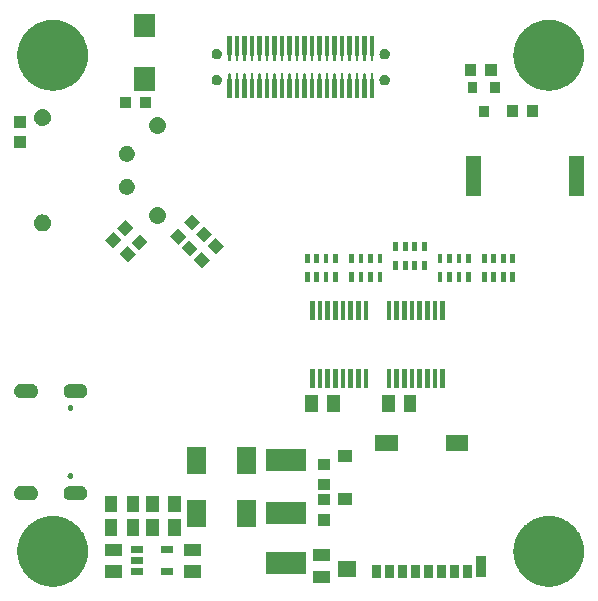
<source format=gbr>
%TF.GenerationSoftware,KiCad,Pcbnew,7.0.7*%
%TF.CreationDate,2024-01-21T18:01:16-05:00*%
%TF.ProjectId,Forerunner-Cubic-Mainboard,466f7265-7275-46e6-9e65-722d43756269,rev?*%
%TF.SameCoordinates,Original*%
%TF.FileFunction,Soldermask,Bot*%
%TF.FilePolarity,Negative*%
%FSLAX46Y46*%
G04 Gerber Fmt 4.6, Leading zero omitted, Abs format (unit mm)*
G04 Created by KiCad (PCBNEW 7.0.7) date 2024-01-21 18:01:16*
%MOMM*%
%LPD*%
G01*
G04 APERTURE LIST*
G04 APERTURE END LIST*
G36*
X4088957Y6994924D02*
G01*
X4174434Y6994924D01*
X4253494Y6985683D01*
X4335885Y6981056D01*
X4430234Y6965025D01*
X4520945Y6954423D01*
X4592629Y6937433D01*
X4667539Y6924706D01*
X4765911Y6896365D01*
X4860410Y6873969D01*
X4924041Y6850808D01*
X4990814Y6831572D01*
X5091661Y6789799D01*
X5188239Y6754648D01*
X5243373Y6726958D01*
X5301620Y6702832D01*
X5403203Y6646688D01*
X5500000Y6598076D01*
X5546505Y6567489D01*
X5596046Y6540109D01*
X5696435Y6468878D01*
X5791476Y6406370D01*
X5829495Y6374467D01*
X5870419Y6345431D01*
X5967610Y6258574D01*
X6058725Y6182121D01*
X6088617Y6150437D01*
X6121263Y6121263D01*
X6213177Y6018411D01*
X6298133Y5928363D01*
X6320509Y5898306D01*
X6345431Y5870419D01*
X6429930Y5751327D01*
X6506463Y5648527D01*
X6522148Y5621358D01*
X6540109Y5596046D01*
X6615055Y5460439D01*
X6680898Y5346398D01*
X6690902Y5323204D01*
X6702832Y5301620D01*
X6766103Y5148868D01*
X6819078Y5026060D01*
X6824566Y5007725D01*
X6831572Y4990814D01*
X6881142Y4818751D01*
X6919135Y4691848D01*
X6921394Y4679033D01*
X6924706Y4667539D01*
X6958707Y4467416D01*
X6979715Y4348279D01*
X6980113Y4341429D01*
X6981056Y4335885D01*
X6997761Y4038434D01*
X7000000Y4000000D01*
X6997761Y3961568D01*
X6981056Y3664114D01*
X6980113Y3658568D01*
X6979715Y3651721D01*
X6958712Y3532609D01*
X6924706Y3332460D01*
X6921394Y3320964D01*
X6919135Y3308152D01*
X6881149Y3181273D01*
X6831572Y3009185D01*
X6824565Y2992270D01*
X6819078Y2973940D01*
X6766114Y2851155D01*
X6702832Y2698379D01*
X6690900Y2676790D01*
X6680898Y2653602D01*
X6615068Y2539583D01*
X6540109Y2403953D01*
X6522145Y2378635D01*
X6506463Y2351473D01*
X6429945Y2248692D01*
X6345431Y2129580D01*
X6320504Y2101687D01*
X6298133Y2071637D01*
X6213194Y1981606D01*
X6121263Y1878736D01*
X6088611Y1849556D01*
X6058725Y1817879D01*
X5967629Y1741440D01*
X5870419Y1654568D01*
X5829487Y1625525D01*
X5791476Y1593630D01*
X5696454Y1531133D01*
X5596046Y1459890D01*
X5546495Y1432504D01*
X5500000Y1401924D01*
X5403223Y1353321D01*
X5301620Y1297167D01*
X5243361Y1273035D01*
X5188239Y1245352D01*
X5091681Y1210207D01*
X4990814Y1168427D01*
X4924028Y1149186D01*
X4860410Y1126031D01*
X4765930Y1103639D01*
X4667539Y1075293D01*
X4592615Y1062562D01*
X4520945Y1045577D01*
X4430253Y1034976D01*
X4335885Y1018943D01*
X4253478Y1014314D01*
X4174434Y1005076D01*
X4088975Y1005076D01*
X4000000Y1000079D01*
X3911025Y1005076D01*
X3825566Y1005076D01*
X3746522Y1014314D01*
X3664114Y1018943D01*
X3569743Y1034977D01*
X3479055Y1045577D01*
X3407387Y1062562D01*
X3332460Y1075293D01*
X3234063Y1103640D01*
X3139590Y1126031D01*
X3075975Y1149184D01*
X3009185Y1168427D01*
X2908310Y1210210D01*
X2811761Y1245352D01*
X2756642Y1273033D01*
X2698379Y1297167D01*
X2596765Y1353326D01*
X2500000Y1401924D01*
X2453509Y1432501D01*
X2403953Y1459890D01*
X2303531Y1531142D01*
X2208524Y1593630D01*
X2170517Y1625521D01*
X2129580Y1654568D01*
X2032354Y1741454D01*
X1941275Y1817879D01*
X1911394Y1849550D01*
X1878736Y1878736D01*
X1786786Y1981626D01*
X1701867Y2071637D01*
X1679500Y2101680D01*
X1654568Y2129580D01*
X1570032Y2248720D01*
X1493537Y2351473D01*
X1477858Y2378628D01*
X1459890Y2403953D01*
X1384907Y2539623D01*
X1319102Y2653602D01*
X1309102Y2676782D01*
X1297167Y2698379D01*
X1233860Y2851214D01*
X1180922Y2973940D01*
X1175436Y2992262D01*
X1168427Y3009185D01*
X1118823Y3181362D01*
X1080865Y3308152D01*
X1078607Y3320955D01*
X1075293Y3332460D01*
X1041259Y3532765D01*
X1020285Y3651721D01*
X1019886Y3658559D01*
X1018943Y3664114D01*
X1002210Y3962048D01*
X1000000Y4000000D01*
X1002210Y4037954D01*
X1018943Y4335885D01*
X1019886Y4341438D01*
X1020285Y4348279D01*
X1041264Y4467260D01*
X1075293Y4667539D01*
X1078606Y4679042D01*
X1080865Y4691848D01*
X1118831Y4818663D01*
X1168427Y4990814D01*
X1175435Y5007734D01*
X1180922Y5026060D01*
X1233871Y5148809D01*
X1297167Y5301620D01*
X1309100Y5323212D01*
X1319102Y5346398D01*
X1384920Y5460398D01*
X1459890Y5596046D01*
X1477855Y5621366D01*
X1493537Y5648527D01*
X1570048Y5751299D01*
X1654568Y5870419D01*
X1679495Y5898313D01*
X1701867Y5928363D01*
X1786803Y6018390D01*
X1878736Y6121263D01*
X1911388Y6150442D01*
X1941275Y6182121D01*
X2032372Y6258561D01*
X2129580Y6345431D01*
X2170509Y6374472D01*
X2208524Y6406370D01*
X2303550Y6468869D01*
X2403953Y6540109D01*
X2453499Y6567492D01*
X2500000Y6598076D01*
X2596785Y6646683D01*
X2698379Y6702832D01*
X2756631Y6726960D01*
X2811761Y6754648D01*
X2908330Y6789796D01*
X3009185Y6831572D01*
X3075962Y6850810D01*
X3139590Y6873969D01*
X3234083Y6896364D01*
X3332460Y6924706D01*
X3407372Y6937434D01*
X3479055Y6954423D01*
X3569762Y6965025D01*
X3664114Y6981056D01*
X3746506Y6985683D01*
X3825566Y6994924D01*
X3911043Y6994924D01*
X4000000Y6999920D01*
X4088957Y6994924D01*
G37*
G36*
X46088957Y6994924D02*
G01*
X46174434Y6994924D01*
X46253494Y6985683D01*
X46335885Y6981056D01*
X46430234Y6965025D01*
X46520945Y6954423D01*
X46592629Y6937433D01*
X46667539Y6924706D01*
X46765911Y6896365D01*
X46860410Y6873969D01*
X46924041Y6850808D01*
X46990814Y6831572D01*
X47091661Y6789799D01*
X47188239Y6754648D01*
X47243373Y6726958D01*
X47301620Y6702832D01*
X47403203Y6646688D01*
X47500000Y6598076D01*
X47546505Y6567489D01*
X47596046Y6540109D01*
X47696435Y6468878D01*
X47791476Y6406370D01*
X47829495Y6374467D01*
X47870419Y6345431D01*
X47967610Y6258574D01*
X48058725Y6182121D01*
X48088617Y6150437D01*
X48121263Y6121263D01*
X48213177Y6018411D01*
X48298133Y5928363D01*
X48320509Y5898306D01*
X48345431Y5870419D01*
X48429930Y5751327D01*
X48506463Y5648527D01*
X48522148Y5621358D01*
X48540109Y5596046D01*
X48615055Y5460439D01*
X48680898Y5346398D01*
X48690902Y5323204D01*
X48702832Y5301620D01*
X48766103Y5148868D01*
X48819078Y5026060D01*
X48824566Y5007725D01*
X48831572Y4990814D01*
X48881142Y4818751D01*
X48919135Y4691848D01*
X48921394Y4679033D01*
X48924706Y4667539D01*
X48958707Y4467416D01*
X48979715Y4348279D01*
X48980113Y4341429D01*
X48981056Y4335885D01*
X48997761Y4038434D01*
X49000000Y4000000D01*
X48997761Y3961568D01*
X48981056Y3664114D01*
X48980113Y3658568D01*
X48979715Y3651721D01*
X48958712Y3532609D01*
X48924706Y3332460D01*
X48921394Y3320964D01*
X48919135Y3308152D01*
X48881149Y3181273D01*
X48831572Y3009185D01*
X48824565Y2992270D01*
X48819078Y2973940D01*
X48766114Y2851155D01*
X48702832Y2698379D01*
X48690900Y2676790D01*
X48680898Y2653602D01*
X48615068Y2539583D01*
X48540109Y2403953D01*
X48522145Y2378635D01*
X48506463Y2351473D01*
X48429945Y2248692D01*
X48345431Y2129580D01*
X48320504Y2101687D01*
X48298133Y2071637D01*
X48213194Y1981606D01*
X48121263Y1878736D01*
X48088611Y1849556D01*
X48058725Y1817879D01*
X47967629Y1741440D01*
X47870419Y1654568D01*
X47829487Y1625525D01*
X47791476Y1593630D01*
X47696454Y1531133D01*
X47596046Y1459890D01*
X47546495Y1432504D01*
X47500000Y1401924D01*
X47403223Y1353321D01*
X47301620Y1297167D01*
X47243361Y1273035D01*
X47188239Y1245352D01*
X47091681Y1210207D01*
X46990814Y1168427D01*
X46924028Y1149186D01*
X46860410Y1126031D01*
X46765930Y1103639D01*
X46667539Y1075293D01*
X46592615Y1062562D01*
X46520945Y1045577D01*
X46430253Y1034976D01*
X46335885Y1018943D01*
X46253478Y1014314D01*
X46174434Y1005076D01*
X46088975Y1005076D01*
X46000000Y1000079D01*
X45911025Y1005076D01*
X45825566Y1005076D01*
X45746522Y1014314D01*
X45664114Y1018943D01*
X45569743Y1034977D01*
X45479055Y1045577D01*
X45407387Y1062562D01*
X45332460Y1075293D01*
X45234063Y1103640D01*
X45139590Y1126031D01*
X45075975Y1149184D01*
X45009185Y1168427D01*
X44908310Y1210210D01*
X44811761Y1245352D01*
X44756642Y1273033D01*
X44698379Y1297167D01*
X44596765Y1353326D01*
X44500000Y1401924D01*
X44453509Y1432501D01*
X44403953Y1459890D01*
X44303531Y1531142D01*
X44208524Y1593630D01*
X44170517Y1625521D01*
X44129580Y1654568D01*
X44032354Y1741454D01*
X43941275Y1817879D01*
X43911394Y1849550D01*
X43878736Y1878736D01*
X43786786Y1981626D01*
X43701867Y2071637D01*
X43679500Y2101680D01*
X43654568Y2129580D01*
X43570032Y2248720D01*
X43493537Y2351473D01*
X43477858Y2378628D01*
X43459890Y2403953D01*
X43384907Y2539623D01*
X43319102Y2653602D01*
X43309102Y2676782D01*
X43297167Y2698379D01*
X43233860Y2851214D01*
X43180922Y2973940D01*
X43175436Y2992262D01*
X43168427Y3009185D01*
X43118823Y3181362D01*
X43080865Y3308152D01*
X43078607Y3320955D01*
X43075293Y3332460D01*
X43041259Y3532765D01*
X43020285Y3651721D01*
X43019886Y3658559D01*
X43018943Y3664114D01*
X43002210Y3962048D01*
X43000000Y4000000D01*
X43002210Y4037954D01*
X43018943Y4335885D01*
X43019886Y4341438D01*
X43020285Y4348279D01*
X43041264Y4467260D01*
X43075293Y4667539D01*
X43078606Y4679042D01*
X43080865Y4691848D01*
X43118831Y4818663D01*
X43168427Y4990814D01*
X43175435Y5007734D01*
X43180922Y5026060D01*
X43233871Y5148809D01*
X43297167Y5301620D01*
X43309100Y5323212D01*
X43319102Y5346398D01*
X43384920Y5460398D01*
X43459890Y5596046D01*
X43477855Y5621366D01*
X43493537Y5648527D01*
X43570048Y5751299D01*
X43654568Y5870419D01*
X43679495Y5898313D01*
X43701867Y5928363D01*
X43786803Y6018390D01*
X43878736Y6121263D01*
X43911388Y6150442D01*
X43941275Y6182121D01*
X44032372Y6258561D01*
X44129580Y6345431D01*
X44170509Y6374472D01*
X44208524Y6406370D01*
X44303550Y6468869D01*
X44403953Y6540109D01*
X44453499Y6567492D01*
X44500000Y6598076D01*
X44596785Y6646683D01*
X44698379Y6702832D01*
X44756631Y6726960D01*
X44811761Y6754648D01*
X44908330Y6789796D01*
X45009185Y6831572D01*
X45075962Y6850810D01*
X45139590Y6873969D01*
X45234083Y6896364D01*
X45332460Y6924706D01*
X45407372Y6937434D01*
X45479055Y6954423D01*
X45569762Y6965025D01*
X45664114Y6981056D01*
X45746506Y6985683D01*
X45825566Y6994924D01*
X45911043Y6994924D01*
X46000000Y6999920D01*
X46088957Y6994924D01*
G37*
G36*
X27450000Y1300000D02*
G01*
X27444999Y1300000D01*
X26055004Y1300000D01*
X26050000Y1300000D01*
X26050000Y2350000D01*
X27450000Y2350000D01*
X27450000Y1300000D01*
G37*
G36*
X9850000Y1750000D02*
G01*
X9844999Y1750000D01*
X8455004Y1750000D01*
X8450000Y1750000D01*
X8450000Y2800000D01*
X9850000Y2800000D01*
X9850000Y1750000D01*
G37*
G36*
X16525000Y1750000D02*
G01*
X16519999Y1750000D01*
X15130004Y1750000D01*
X15125000Y1750000D01*
X15125000Y2800000D01*
X16525000Y2800000D01*
X16525000Y1750000D01*
G37*
G36*
X31770000Y1750000D02*
G01*
X31764998Y1750000D01*
X31025004Y1750000D01*
X31020000Y1750000D01*
X31020000Y2850000D01*
X31770000Y2850000D01*
X31770000Y1750000D01*
G37*
G36*
X32870000Y1750000D02*
G01*
X32864998Y1750000D01*
X32125004Y1750000D01*
X32120000Y1750000D01*
X32120000Y2850000D01*
X32870000Y2850000D01*
X32870000Y1750000D01*
G37*
G36*
X33970000Y1750000D02*
G01*
X33964998Y1750000D01*
X33225004Y1750000D01*
X33220000Y1750000D01*
X33220000Y2850000D01*
X33970000Y2850000D01*
X33970000Y1750000D01*
G37*
G36*
X35070000Y1750000D02*
G01*
X35064998Y1750000D01*
X34325004Y1750000D01*
X34320000Y1750000D01*
X34320000Y2850000D01*
X35070000Y2850000D01*
X35070000Y1750000D01*
G37*
G36*
X36170000Y1750000D02*
G01*
X36164998Y1750000D01*
X35425004Y1750000D01*
X35420000Y1750000D01*
X35420000Y2850000D01*
X36170000Y2850000D01*
X36170000Y1750000D01*
G37*
G36*
X37270000Y1750000D02*
G01*
X37264998Y1750000D01*
X36525004Y1750000D01*
X36520000Y1750000D01*
X36520000Y2850000D01*
X37270000Y2850000D01*
X37270000Y1750000D01*
G37*
G36*
X38370000Y1750000D02*
G01*
X38364998Y1750000D01*
X37625004Y1750000D01*
X37620000Y1750000D01*
X37620000Y2850000D01*
X38370000Y2850000D01*
X38370000Y1750000D01*
G37*
G36*
X39470000Y1750000D02*
G01*
X39464998Y1750000D01*
X38725004Y1750000D01*
X38720000Y1750000D01*
X38720000Y2850000D01*
X39470000Y2850000D01*
X39470000Y1750000D01*
G37*
G36*
X29710000Y1800000D02*
G01*
X29704999Y1800000D01*
X28165004Y1800000D01*
X28160000Y1800000D01*
X28160000Y3150000D01*
X29710000Y3150000D01*
X29710000Y1800000D01*
G37*
G36*
X40700000Y1800000D02*
G01*
X40694998Y1800000D01*
X39805004Y1800000D01*
X39800000Y1800000D01*
X39800000Y3600000D01*
X40700000Y3600000D01*
X40700000Y1800000D01*
G37*
G36*
X11625000Y1950000D02*
G01*
X11619998Y1950000D01*
X10630004Y1950000D01*
X10625000Y1950000D01*
X10625000Y2550000D01*
X11625000Y2550000D01*
X11625000Y1950000D01*
G37*
G36*
X14175000Y1950000D02*
G01*
X14169998Y1950000D01*
X13180004Y1950000D01*
X13175000Y1950000D01*
X13175000Y2550000D01*
X14175000Y2550000D01*
X14175000Y1950000D01*
G37*
G36*
X25475000Y2075000D02*
G01*
X25469999Y2075000D01*
X22030004Y2075000D01*
X22025000Y2075000D01*
X22025000Y3925000D01*
X25475000Y3925000D01*
X25475000Y2075000D01*
G37*
G36*
X11625000Y2900000D02*
G01*
X11619998Y2900000D01*
X10630004Y2900000D01*
X10625000Y2900000D01*
X10625000Y3500000D01*
X11625000Y3500000D01*
X11625000Y2900000D01*
G37*
G36*
X27450000Y3150000D02*
G01*
X27444999Y3150000D01*
X26055004Y3150000D01*
X26050000Y3150000D01*
X26050000Y4200000D01*
X27450000Y4200000D01*
X27450000Y3150000D01*
G37*
G36*
X9850000Y3600000D02*
G01*
X9844999Y3600000D01*
X8455004Y3600000D01*
X8450000Y3600000D01*
X8450000Y4650000D01*
X9850000Y4650000D01*
X9850000Y3600000D01*
G37*
G36*
X16525000Y3600000D02*
G01*
X16519999Y3600000D01*
X15130004Y3600000D01*
X15125000Y3600000D01*
X15125000Y4650000D01*
X16525000Y4650000D01*
X16525000Y3600000D01*
G37*
G36*
X11625000Y3850000D02*
G01*
X11619998Y3850000D01*
X10630004Y3850000D01*
X10625000Y3850000D01*
X10625000Y4450000D01*
X11625000Y4450000D01*
X11625000Y3850000D01*
G37*
G36*
X14175000Y3850000D02*
G01*
X14169998Y3850000D01*
X13180004Y3850000D01*
X13175000Y3850000D01*
X13175000Y4450000D01*
X14175000Y4450000D01*
X14175000Y3850000D01*
G37*
G36*
X9475000Y5300000D02*
G01*
X9469998Y5300000D01*
X8430004Y5300000D01*
X8425000Y5300000D01*
X8425000Y6700000D01*
X9475000Y6700000D01*
X9475000Y5300000D01*
G37*
G36*
X11325000Y5300000D02*
G01*
X11319998Y5300000D01*
X10280004Y5300000D01*
X10275000Y5300000D01*
X10275000Y6700000D01*
X11325000Y6700000D01*
X11325000Y5300000D01*
G37*
G36*
X12975000Y5300000D02*
G01*
X12969998Y5300000D01*
X11930004Y5300000D01*
X11925000Y5300000D01*
X11925000Y6700000D01*
X12975000Y6700000D01*
X12975000Y5300000D01*
G37*
G36*
X14825000Y5300000D02*
G01*
X14819998Y5300000D01*
X13780004Y5300000D01*
X13775000Y5300000D01*
X13775000Y6700000D01*
X14825000Y6700000D01*
X14825000Y5300000D01*
G37*
G36*
X16970000Y6050000D02*
G01*
X16964999Y6050000D01*
X15375004Y6050000D01*
X15370000Y6050000D01*
X15370000Y8350000D01*
X16970000Y8350000D01*
X16970000Y6050000D01*
G37*
G36*
X21230000Y6050000D02*
G01*
X21224999Y6050000D01*
X19635004Y6050000D01*
X19630000Y6050000D01*
X19630000Y8350000D01*
X21230000Y8350000D01*
X21230000Y6050000D01*
G37*
G36*
X27500000Y6175000D02*
G01*
X27494998Y6175000D01*
X26505004Y6175000D01*
X26500000Y6175000D01*
X26500000Y7125000D01*
X27500000Y7125000D01*
X27500000Y6175000D01*
G37*
G36*
X25475000Y6325000D02*
G01*
X25469999Y6325000D01*
X22030004Y6325000D01*
X22025000Y6325000D01*
X22025000Y8175000D01*
X25475000Y8175000D01*
X25475000Y6325000D01*
G37*
G36*
X9475000Y7300000D02*
G01*
X9469998Y7300000D01*
X8430004Y7300000D01*
X8425000Y7300000D01*
X8425000Y8700000D01*
X9475000Y8700000D01*
X9475000Y7300000D01*
G37*
G36*
X11325000Y7300000D02*
G01*
X11319998Y7300000D01*
X10280004Y7300000D01*
X10275000Y7300000D01*
X10275000Y8700000D01*
X11325000Y8700000D01*
X11325000Y7300000D01*
G37*
G36*
X12975000Y7300000D02*
G01*
X12969998Y7300000D01*
X11930004Y7300000D01*
X11925000Y7300000D01*
X11925000Y8700000D01*
X12975000Y8700000D01*
X12975000Y7300000D01*
G37*
G36*
X14825000Y7300000D02*
G01*
X14819998Y7300000D01*
X13780004Y7300000D01*
X13775000Y7300000D01*
X13775000Y8700000D01*
X14825000Y8700000D01*
X14825000Y7300000D01*
G37*
G36*
X27500000Y7875000D02*
G01*
X27494998Y7875000D01*
X26505004Y7875000D01*
X26500000Y7875000D01*
X26500000Y8825000D01*
X27500000Y8825000D01*
X27500000Y7875000D01*
G37*
G36*
X29360000Y7950000D02*
G01*
X29354999Y7950000D01*
X28165004Y7950000D01*
X28160000Y7950000D01*
X28160000Y8950000D01*
X29360000Y8950000D01*
X29360000Y7950000D01*
G37*
G36*
X2332853Y9514646D02*
G01*
X2340151Y9511768D01*
X2344648Y9511176D01*
X2404119Y9486542D01*
X2469660Y9460697D01*
X2473443Y9457828D01*
X2474781Y9457274D01*
X2525858Y9418080D01*
X2586838Y9371838D01*
X2633080Y9310858D01*
X2672274Y9259781D01*
X2672828Y9258443D01*
X2675697Y9254660D01*
X2701536Y9189135D01*
X2726177Y9129647D01*
X2726769Y9125147D01*
X2729646Y9117853D01*
X2745000Y8990000D01*
X2745000Y8870000D01*
X2729646Y8742147D01*
X2726768Y8734849D01*
X2726176Y8730351D01*
X2701534Y8670859D01*
X2675697Y8605340D01*
X2672829Y8601558D01*
X2672274Y8600218D01*
X2633016Y8549056D01*
X2586838Y8488162D01*
X2525968Y8442003D01*
X2474781Y8402725D01*
X2473440Y8402169D01*
X2469660Y8399303D01*
X2404185Y8373483D01*
X2344647Y8348822D01*
X2340144Y8348229D01*
X2332853Y8345354D01*
X2205000Y8330000D01*
X2201673Y8330000D01*
X1288326Y8330000D01*
X1285000Y8330000D01*
X1157147Y8345354D01*
X1149853Y8348230D01*
X1145351Y8348823D01*
X1085809Y8373485D01*
X1020340Y8399303D01*
X1016560Y8402168D01*
X1015218Y8402725D01*
X963945Y8442068D01*
X903162Y8488162D01*
X857068Y8548945D01*
X817725Y8600218D01*
X817168Y8601560D01*
X814303Y8605340D01*
X788491Y8670793D01*
X763822Y8730352D01*
X763229Y8734856D01*
X760354Y8742147D01*
X745000Y8870000D01*
X745000Y8990000D01*
X760354Y9117853D01*
X763230Y9125147D01*
X763823Y9129648D01*
X788477Y9189169D01*
X814303Y9254660D01*
X817169Y9258440D01*
X817725Y9259781D01*
X857003Y9310968D01*
X903162Y9371838D01*
X964056Y9418016D01*
X1015218Y9457274D01*
X1016558Y9457829D01*
X1020340Y9460697D01*
X1085843Y9486528D01*
X1145352Y9511177D01*
X1149852Y9511769D01*
X1157147Y9514646D01*
X1285000Y9530000D01*
X2205000Y9530000D01*
X2332853Y9514646D01*
G37*
G36*
X6512853Y9514646D02*
G01*
X6520151Y9511768D01*
X6524648Y9511176D01*
X6584119Y9486542D01*
X6649660Y9460697D01*
X6653443Y9457828D01*
X6654781Y9457274D01*
X6705858Y9418080D01*
X6766838Y9371838D01*
X6813080Y9310858D01*
X6852274Y9259781D01*
X6852828Y9258443D01*
X6855697Y9254660D01*
X6881536Y9189135D01*
X6906177Y9129647D01*
X6906769Y9125147D01*
X6909646Y9117853D01*
X6925000Y8990000D01*
X6925000Y8870000D01*
X6909646Y8742147D01*
X6906768Y8734849D01*
X6906176Y8730351D01*
X6881534Y8670859D01*
X6855697Y8605340D01*
X6852829Y8601558D01*
X6852274Y8600218D01*
X6813016Y8549056D01*
X6766838Y8488162D01*
X6705968Y8442003D01*
X6654781Y8402725D01*
X6653440Y8402169D01*
X6649660Y8399303D01*
X6584185Y8373483D01*
X6524647Y8348822D01*
X6520144Y8348229D01*
X6512853Y8345354D01*
X6385000Y8330000D01*
X6381673Y8330000D01*
X5468326Y8330000D01*
X5465000Y8330000D01*
X5337147Y8345354D01*
X5329853Y8348230D01*
X5325351Y8348823D01*
X5265809Y8373485D01*
X5200340Y8399303D01*
X5196560Y8402168D01*
X5195218Y8402725D01*
X5143945Y8442068D01*
X5083162Y8488162D01*
X5037068Y8548945D01*
X4997725Y8600218D01*
X4997168Y8601560D01*
X4994303Y8605340D01*
X4968491Y8670793D01*
X4943822Y8730352D01*
X4943229Y8734856D01*
X4940354Y8742147D01*
X4925000Y8870000D01*
X4925000Y8990000D01*
X4940354Y9117853D01*
X4943230Y9125147D01*
X4943823Y9129648D01*
X4968477Y9189169D01*
X4994303Y9254660D01*
X4997169Y9258440D01*
X4997725Y9259781D01*
X5037003Y9310968D01*
X5083162Y9371838D01*
X5144056Y9418016D01*
X5195218Y9457274D01*
X5196558Y9457829D01*
X5200340Y9460697D01*
X5265843Y9486528D01*
X5325352Y9511177D01*
X5329852Y9511769D01*
X5337147Y9514646D01*
X5465000Y9530000D01*
X6385000Y9530000D01*
X6512853Y9514646D01*
G37*
G36*
X27500000Y9175000D02*
G01*
X27494998Y9175000D01*
X26505004Y9175000D01*
X26500000Y9175000D01*
X26500000Y10125000D01*
X27500000Y10125000D01*
X27500000Y9175000D01*
G37*
G36*
X5522975Y10605430D02*
G01*
X5543275Y10605430D01*
X5567739Y10596525D01*
X5595671Y10590970D01*
X5610825Y10580843D01*
X5624610Y10575827D01*
X5649139Y10555243D01*
X5676777Y10536777D01*
X5683962Y10526022D01*
X5690909Y10520194D01*
X5710308Y10486592D01*
X5730970Y10455671D01*
X5732446Y10448250D01*
X5734187Y10445235D01*
X5743095Y10394710D01*
X5750000Y10360000D01*
X5743096Y10325292D01*
X5734187Y10274764D01*
X5732445Y10271748D01*
X5730970Y10264329D01*
X5710313Y10233413D01*
X5690909Y10199805D01*
X5683961Y10193974D01*
X5676777Y10183223D01*
X5649145Y10164760D01*
X5624610Y10144172D01*
X5610823Y10139154D01*
X5595671Y10129030D01*
X5567740Y10123474D01*
X5543275Y10114570D01*
X5522975Y10114570D01*
X5500000Y10110000D01*
X5477025Y10114570D01*
X5456725Y10114570D01*
X5432258Y10123474D01*
X5404329Y10129030D01*
X5389177Y10139153D01*
X5375389Y10144172D01*
X5350849Y10164763D01*
X5323223Y10183223D01*
X5316040Y10193972D01*
X5309090Y10199805D01*
X5289679Y10233424D01*
X5269030Y10264329D01*
X5267554Y10271745D01*
X5265812Y10274764D01*
X5256894Y10325336D01*
X5250000Y10360000D01*
X5256895Y10394666D01*
X5265812Y10445235D01*
X5267554Y10448253D01*
X5269030Y10455671D01*
X5289681Y10486579D01*
X5309089Y10520193D01*
X5316038Y10526024D01*
X5323223Y10536777D01*
X5350858Y10555242D01*
X5375390Y10575827D01*
X5389174Y10580843D01*
X5404329Y10590970D01*
X5432260Y10596525D01*
X5456725Y10605430D01*
X5477025Y10605430D01*
X5500000Y10610000D01*
X5522975Y10605430D01*
G37*
G36*
X16970000Y10550000D02*
G01*
X16964999Y10550000D01*
X15375004Y10550000D01*
X15370000Y10550000D01*
X15370000Y12850000D01*
X16970000Y12850000D01*
X16970000Y10550000D01*
G37*
G36*
X21230000Y10550000D02*
G01*
X21224999Y10550000D01*
X19635004Y10550000D01*
X19630000Y10550000D01*
X19630000Y12850000D01*
X21230000Y12850000D01*
X21230000Y10550000D01*
G37*
G36*
X25475000Y10825000D02*
G01*
X25469999Y10825000D01*
X22030004Y10825000D01*
X22025000Y10825000D01*
X22025000Y12675000D01*
X25475000Y12675000D01*
X25475000Y10825000D01*
G37*
G36*
X27500000Y10875000D02*
G01*
X27494998Y10875000D01*
X26505004Y10875000D01*
X26500000Y10875000D01*
X26500000Y11825000D01*
X27500000Y11825000D01*
X27500000Y10875000D01*
G37*
G36*
X29360000Y11560000D02*
G01*
X29354999Y11560000D01*
X28165004Y11560000D01*
X28160000Y11560000D01*
X28160000Y12560000D01*
X29360000Y12560000D01*
X29360000Y11560000D01*
G37*
G36*
X33210000Y12450000D02*
G01*
X33204999Y12450000D01*
X31315004Y12450000D01*
X31310000Y12450000D01*
X31310000Y13800000D01*
X33210000Y13800000D01*
X33210000Y12450000D01*
G37*
G36*
X39180000Y12450000D02*
G01*
X39174999Y12450000D01*
X37285004Y12450000D01*
X37280000Y12450000D01*
X37280000Y13800000D01*
X39180000Y13800000D01*
X39180000Y12450000D01*
G37*
G36*
X26450000Y15800000D02*
G01*
X26444998Y15800000D01*
X25405004Y15800000D01*
X25400000Y15800000D01*
X25400000Y17200000D01*
X26450000Y17200000D01*
X26450000Y15800000D01*
G37*
G36*
X28300000Y15800000D02*
G01*
X28294998Y15800000D01*
X27255004Y15800000D01*
X27250000Y15800000D01*
X27250000Y17200000D01*
X28300000Y17200000D01*
X28300000Y15800000D01*
G37*
G36*
X32950000Y15800000D02*
G01*
X32944998Y15800000D01*
X31905004Y15800000D01*
X31900000Y15800000D01*
X31900000Y17200000D01*
X32950000Y17200000D01*
X32950000Y15800000D01*
G37*
G36*
X34800000Y15800000D02*
G01*
X34794998Y15800000D01*
X33755004Y15800000D01*
X33750000Y15800000D01*
X33750000Y17200000D01*
X34800000Y17200000D01*
X34800000Y15800000D01*
G37*
G36*
X5522975Y16385430D02*
G01*
X5543275Y16385430D01*
X5567739Y16376525D01*
X5595671Y16370970D01*
X5610825Y16360843D01*
X5624610Y16355827D01*
X5649139Y16335243D01*
X5676777Y16316777D01*
X5683962Y16306022D01*
X5690909Y16300194D01*
X5710308Y16266592D01*
X5730970Y16235671D01*
X5732446Y16228250D01*
X5734187Y16225235D01*
X5743095Y16174710D01*
X5750000Y16140000D01*
X5743096Y16105292D01*
X5734187Y16054764D01*
X5732445Y16051748D01*
X5730970Y16044329D01*
X5710313Y16013413D01*
X5690909Y15979805D01*
X5683961Y15973974D01*
X5676777Y15963223D01*
X5649145Y15944760D01*
X5624610Y15924172D01*
X5610823Y15919154D01*
X5595671Y15909030D01*
X5567740Y15903474D01*
X5543275Y15894570D01*
X5522975Y15894570D01*
X5500000Y15890000D01*
X5477025Y15894570D01*
X5456725Y15894570D01*
X5432258Y15903474D01*
X5404329Y15909030D01*
X5389177Y15919153D01*
X5375389Y15924172D01*
X5350849Y15944763D01*
X5323223Y15963223D01*
X5316040Y15973972D01*
X5309090Y15979805D01*
X5289679Y16013424D01*
X5269030Y16044329D01*
X5267554Y16051745D01*
X5265812Y16054764D01*
X5256894Y16105336D01*
X5250000Y16140000D01*
X5256895Y16174666D01*
X5265812Y16225235D01*
X5267554Y16228253D01*
X5269030Y16235671D01*
X5289681Y16266579D01*
X5309089Y16300193D01*
X5316038Y16306024D01*
X5323223Y16316777D01*
X5350858Y16335242D01*
X5375390Y16355827D01*
X5389174Y16360843D01*
X5404329Y16370970D01*
X5432260Y16376525D01*
X5456725Y16385430D01*
X5477025Y16385430D01*
X5500000Y16390000D01*
X5522975Y16385430D01*
G37*
G36*
X2332853Y18154646D02*
G01*
X2340151Y18151768D01*
X2344648Y18151176D01*
X2404119Y18126542D01*
X2469660Y18100697D01*
X2473443Y18097828D01*
X2474781Y18097274D01*
X2525858Y18058080D01*
X2586838Y18011838D01*
X2633080Y17950858D01*
X2672274Y17899781D01*
X2672828Y17898443D01*
X2675697Y17894660D01*
X2701536Y17829135D01*
X2726177Y17769647D01*
X2726769Y17765147D01*
X2729646Y17757853D01*
X2745000Y17630000D01*
X2745000Y17510000D01*
X2729646Y17382147D01*
X2726768Y17374849D01*
X2726176Y17370351D01*
X2701534Y17310859D01*
X2675697Y17245340D01*
X2672829Y17241558D01*
X2672274Y17240218D01*
X2633016Y17189056D01*
X2586838Y17128162D01*
X2525968Y17082003D01*
X2474781Y17042725D01*
X2473440Y17042169D01*
X2469660Y17039303D01*
X2404185Y17013483D01*
X2344647Y16988822D01*
X2340144Y16988229D01*
X2332853Y16985354D01*
X2205000Y16970000D01*
X2201673Y16970000D01*
X1288326Y16970000D01*
X1285000Y16970000D01*
X1157147Y16985354D01*
X1149853Y16988230D01*
X1145351Y16988823D01*
X1085809Y17013485D01*
X1020340Y17039303D01*
X1016560Y17042168D01*
X1015218Y17042725D01*
X963945Y17082068D01*
X903162Y17128162D01*
X857068Y17188945D01*
X817725Y17240218D01*
X817168Y17241560D01*
X814303Y17245340D01*
X788491Y17310793D01*
X763822Y17370352D01*
X763229Y17374856D01*
X760354Y17382147D01*
X745000Y17510000D01*
X745000Y17630000D01*
X760354Y17757853D01*
X763230Y17765147D01*
X763823Y17769648D01*
X788477Y17829169D01*
X814303Y17894660D01*
X817169Y17898440D01*
X817725Y17899781D01*
X857003Y17950968D01*
X903162Y18011838D01*
X964056Y18058016D01*
X1015218Y18097274D01*
X1016558Y18097829D01*
X1020340Y18100697D01*
X1085843Y18126528D01*
X1145352Y18151177D01*
X1149852Y18151769D01*
X1157147Y18154646D01*
X1285000Y18170000D01*
X2205000Y18170000D01*
X2332853Y18154646D01*
G37*
G36*
X6512853Y18154646D02*
G01*
X6520151Y18151768D01*
X6524648Y18151176D01*
X6584119Y18126542D01*
X6649660Y18100697D01*
X6653443Y18097828D01*
X6654781Y18097274D01*
X6705858Y18058080D01*
X6766838Y18011838D01*
X6813080Y17950858D01*
X6852274Y17899781D01*
X6852828Y17898443D01*
X6855697Y17894660D01*
X6881536Y17829135D01*
X6906177Y17769647D01*
X6906769Y17765147D01*
X6909646Y17757853D01*
X6925000Y17630000D01*
X6925000Y17510000D01*
X6909646Y17382147D01*
X6906768Y17374849D01*
X6906176Y17370351D01*
X6881534Y17310859D01*
X6855697Y17245340D01*
X6852829Y17241558D01*
X6852274Y17240218D01*
X6813016Y17189056D01*
X6766838Y17128162D01*
X6705968Y17082003D01*
X6654781Y17042725D01*
X6653440Y17042169D01*
X6649660Y17039303D01*
X6584185Y17013483D01*
X6524647Y16988822D01*
X6520144Y16988229D01*
X6512853Y16985354D01*
X6385000Y16970000D01*
X6381673Y16970000D01*
X5468326Y16970000D01*
X5465000Y16970000D01*
X5337147Y16985354D01*
X5329853Y16988230D01*
X5325351Y16988823D01*
X5265809Y17013485D01*
X5200340Y17039303D01*
X5196560Y17042168D01*
X5195218Y17042725D01*
X5143945Y17082068D01*
X5083162Y17128162D01*
X5037068Y17188945D01*
X4997725Y17240218D01*
X4997168Y17241560D01*
X4994303Y17245340D01*
X4968491Y17310793D01*
X4943822Y17370352D01*
X4943229Y17374856D01*
X4940354Y17382147D01*
X4925000Y17510000D01*
X4925000Y17630000D01*
X4940354Y17757853D01*
X4943230Y17765147D01*
X4943823Y17769648D01*
X4968477Y17829169D01*
X4994303Y17894660D01*
X4997169Y17898440D01*
X4997725Y17899781D01*
X5037003Y17950968D01*
X5083162Y18011838D01*
X5144056Y18058016D01*
X5195218Y18097274D01*
X5196558Y18097829D01*
X5200340Y18100697D01*
X5265843Y18126528D01*
X5325352Y18151177D01*
X5329852Y18151769D01*
X5337147Y18154646D01*
X5465000Y18170000D01*
X6385000Y18170000D01*
X6512853Y18154646D01*
G37*
G36*
X26175000Y17845000D02*
G01*
X26169998Y17845000D01*
X25780004Y17845000D01*
X25775000Y17845000D01*
X25775000Y19415000D01*
X26175000Y19415000D01*
X26175000Y17845000D01*
G37*
G36*
X26825000Y17845000D02*
G01*
X26819998Y17845000D01*
X26430004Y17845000D01*
X26425000Y17845000D01*
X26425000Y19415000D01*
X26825000Y19415000D01*
X26825000Y17845000D01*
G37*
G36*
X27475000Y17845000D02*
G01*
X27469998Y17845000D01*
X27080004Y17845000D01*
X27075000Y17845000D01*
X27075000Y19415000D01*
X27475000Y19415000D01*
X27475000Y17845000D01*
G37*
G36*
X28125000Y17845000D02*
G01*
X28119998Y17845000D01*
X27730004Y17845000D01*
X27725000Y17845000D01*
X27725000Y19415000D01*
X28125000Y19415000D01*
X28125000Y17845000D01*
G37*
G36*
X28775000Y17845000D02*
G01*
X28769998Y17845000D01*
X28380004Y17845000D01*
X28375000Y17845000D01*
X28375000Y19415000D01*
X28775000Y19415000D01*
X28775000Y17845000D01*
G37*
G36*
X29425000Y17845000D02*
G01*
X29419998Y17845000D01*
X29030004Y17845000D01*
X29025000Y17845000D01*
X29025000Y19415000D01*
X29425000Y19415000D01*
X29425000Y17845000D01*
G37*
G36*
X30075000Y17845000D02*
G01*
X30069998Y17845000D01*
X29680004Y17845000D01*
X29675000Y17845000D01*
X29675000Y19415000D01*
X30075000Y19415000D01*
X30075000Y17845000D01*
G37*
G36*
X30725000Y17845000D02*
G01*
X30719998Y17845000D01*
X30330004Y17845000D01*
X30325000Y17845000D01*
X30325000Y19415000D01*
X30725000Y19415000D01*
X30725000Y17845000D01*
G37*
G36*
X32675000Y17845000D02*
G01*
X32669998Y17845000D01*
X32280004Y17845000D01*
X32275000Y17845000D01*
X32275000Y19415000D01*
X32675000Y19415000D01*
X32675000Y17845000D01*
G37*
G36*
X33325000Y17845000D02*
G01*
X33319998Y17845000D01*
X32930004Y17845000D01*
X32925000Y17845000D01*
X32925000Y19415000D01*
X33325000Y19415000D01*
X33325000Y17845000D01*
G37*
G36*
X33975000Y17845000D02*
G01*
X33969998Y17845000D01*
X33580004Y17845000D01*
X33575000Y17845000D01*
X33575000Y19415000D01*
X33975000Y19415000D01*
X33975000Y17845000D01*
G37*
G36*
X34625000Y17845000D02*
G01*
X34619998Y17845000D01*
X34230004Y17845000D01*
X34225000Y17845000D01*
X34225000Y19415000D01*
X34625000Y19415000D01*
X34625000Y17845000D01*
G37*
G36*
X35275000Y17845000D02*
G01*
X35269998Y17845000D01*
X34880004Y17845000D01*
X34875000Y17845000D01*
X34875000Y19415000D01*
X35275000Y19415000D01*
X35275000Y17845000D01*
G37*
G36*
X35925000Y17845000D02*
G01*
X35919998Y17845000D01*
X35530004Y17845000D01*
X35525000Y17845000D01*
X35525000Y19415000D01*
X35925000Y19415000D01*
X35925000Y17845000D01*
G37*
G36*
X36575000Y17845000D02*
G01*
X36569998Y17845000D01*
X36180004Y17845000D01*
X36175000Y17845000D01*
X36175000Y19415000D01*
X36575000Y19415000D01*
X36575000Y17845000D01*
G37*
G36*
X37225000Y17845000D02*
G01*
X37219998Y17845000D01*
X36830004Y17845000D01*
X36825000Y17845000D01*
X36825000Y19415000D01*
X37225000Y19415000D01*
X37225000Y17845000D01*
G37*
G36*
X26175000Y23585000D02*
G01*
X26169998Y23585000D01*
X25780004Y23585000D01*
X25775000Y23585000D01*
X25775000Y25155000D01*
X26175000Y25155000D01*
X26175000Y23585000D01*
G37*
G36*
X26825000Y23585000D02*
G01*
X26819998Y23585000D01*
X26430004Y23585000D01*
X26425000Y23585000D01*
X26425000Y25155000D01*
X26825000Y25155000D01*
X26825000Y23585000D01*
G37*
G36*
X27475000Y23585000D02*
G01*
X27469998Y23585000D01*
X27080004Y23585000D01*
X27075000Y23585000D01*
X27075000Y25155000D01*
X27475000Y25155000D01*
X27475000Y23585000D01*
G37*
G36*
X28125000Y23585000D02*
G01*
X28119998Y23585000D01*
X27730004Y23585000D01*
X27725000Y23585000D01*
X27725000Y25155000D01*
X28125000Y25155000D01*
X28125000Y23585000D01*
G37*
G36*
X28775000Y23585000D02*
G01*
X28769998Y23585000D01*
X28380004Y23585000D01*
X28375000Y23585000D01*
X28375000Y25155000D01*
X28775000Y25155000D01*
X28775000Y23585000D01*
G37*
G36*
X29425000Y23585000D02*
G01*
X29419998Y23585000D01*
X29030004Y23585000D01*
X29025000Y23585000D01*
X29025000Y25155000D01*
X29425000Y25155000D01*
X29425000Y23585000D01*
G37*
G36*
X30075000Y23585000D02*
G01*
X30069998Y23585000D01*
X29680004Y23585000D01*
X29675000Y23585000D01*
X29675000Y25155000D01*
X30075000Y25155000D01*
X30075000Y23585000D01*
G37*
G36*
X30725000Y23585000D02*
G01*
X30719998Y23585000D01*
X30330004Y23585000D01*
X30325000Y23585000D01*
X30325000Y25155000D01*
X30725000Y25155000D01*
X30725000Y23585000D01*
G37*
G36*
X32675000Y23585000D02*
G01*
X32669998Y23585000D01*
X32280004Y23585000D01*
X32275000Y23585000D01*
X32275000Y25155000D01*
X32675000Y25155000D01*
X32675000Y23585000D01*
G37*
G36*
X33325000Y23585000D02*
G01*
X33319998Y23585000D01*
X32930004Y23585000D01*
X32925000Y23585000D01*
X32925000Y25155000D01*
X33325000Y25155000D01*
X33325000Y23585000D01*
G37*
G36*
X33975000Y23585000D02*
G01*
X33969998Y23585000D01*
X33580004Y23585000D01*
X33575000Y23585000D01*
X33575000Y25155000D01*
X33975000Y25155000D01*
X33975000Y23585000D01*
G37*
G36*
X34625000Y23585000D02*
G01*
X34619998Y23585000D01*
X34230004Y23585000D01*
X34225000Y23585000D01*
X34225000Y25155000D01*
X34625000Y25155000D01*
X34625000Y23585000D01*
G37*
G36*
X35275000Y23585000D02*
G01*
X35269998Y23585000D01*
X34880004Y23585000D01*
X34875000Y23585000D01*
X34875000Y25155000D01*
X35275000Y25155000D01*
X35275000Y23585000D01*
G37*
G36*
X35925000Y23585000D02*
G01*
X35919998Y23585000D01*
X35530004Y23585000D01*
X35525000Y23585000D01*
X35525000Y25155000D01*
X35925000Y25155000D01*
X35925000Y23585000D01*
G37*
G36*
X36575000Y23585000D02*
G01*
X36569998Y23585000D01*
X36180004Y23585000D01*
X36175000Y23585000D01*
X36175000Y25155000D01*
X36575000Y25155000D01*
X36575000Y23585000D01*
G37*
G36*
X37225000Y23585000D02*
G01*
X37219998Y23585000D01*
X36830004Y23585000D01*
X36825000Y23585000D01*
X36825000Y25155000D01*
X37225000Y25155000D01*
X37225000Y23585000D01*
G37*
G36*
X25750000Y26800000D02*
G01*
X25744998Y26800000D01*
X25355004Y26800000D01*
X25350000Y26800000D01*
X25350000Y27600000D01*
X25750000Y27600000D01*
X25750000Y26800000D01*
G37*
G36*
X26550000Y26800000D02*
G01*
X26544998Y26800000D01*
X26155004Y26800000D01*
X26150000Y26800000D01*
X26150000Y27600000D01*
X26550000Y27600000D01*
X26550000Y26800000D01*
G37*
G36*
X27350000Y26800000D02*
G01*
X27344998Y26800000D01*
X26955004Y26800000D01*
X26950000Y26800000D01*
X26950000Y27600000D01*
X27350000Y27600000D01*
X27350000Y26800000D01*
G37*
G36*
X28150000Y26800000D02*
G01*
X28144998Y26800000D01*
X27755004Y26800000D01*
X27750000Y26800000D01*
X27750000Y27600000D01*
X28150000Y27600000D01*
X28150000Y26800000D01*
G37*
G36*
X29500000Y26800000D02*
G01*
X29494998Y26800000D01*
X29105004Y26800000D01*
X29100000Y26800000D01*
X29100000Y27600000D01*
X29500000Y27600000D01*
X29500000Y26800000D01*
G37*
G36*
X30300000Y26800000D02*
G01*
X30294998Y26800000D01*
X29905004Y26800000D01*
X29900000Y26800000D01*
X29900000Y27600000D01*
X30300000Y27600000D01*
X30300000Y26800000D01*
G37*
G36*
X31100000Y26800000D02*
G01*
X31094998Y26800000D01*
X30705004Y26800000D01*
X30700000Y26800000D01*
X30700000Y27600000D01*
X31100000Y27600000D01*
X31100000Y26800000D01*
G37*
G36*
X31900000Y26800000D02*
G01*
X31894998Y26800000D01*
X31505004Y26800000D01*
X31500000Y26800000D01*
X31500000Y27600000D01*
X31900000Y27600000D01*
X31900000Y26800000D01*
G37*
G36*
X37000000Y26800000D02*
G01*
X36994998Y26800000D01*
X36605004Y26800000D01*
X36600000Y26800000D01*
X36600000Y27600000D01*
X37000000Y27600000D01*
X37000000Y26800000D01*
G37*
G36*
X37800000Y26800000D02*
G01*
X37794998Y26800000D01*
X37405004Y26800000D01*
X37400000Y26800000D01*
X37400000Y27600000D01*
X37800000Y27600000D01*
X37800000Y26800000D01*
G37*
G36*
X38600000Y26800000D02*
G01*
X38594998Y26800000D01*
X38205004Y26800000D01*
X38200000Y26800000D01*
X38200000Y27600000D01*
X38600000Y27600000D01*
X38600000Y26800000D01*
G37*
G36*
X39400000Y26800000D02*
G01*
X39394998Y26800000D01*
X39005004Y26800000D01*
X39000000Y26800000D01*
X39000000Y27600000D01*
X39400000Y27600000D01*
X39400000Y26800000D01*
G37*
G36*
X40750000Y26800000D02*
G01*
X40744998Y26800000D01*
X40355004Y26800000D01*
X40350000Y26800000D01*
X40350000Y27600000D01*
X40750000Y27600000D01*
X40750000Y26800000D01*
G37*
G36*
X41550000Y26800000D02*
G01*
X41544998Y26800000D01*
X41155004Y26800000D01*
X41150000Y26800000D01*
X41150000Y27600000D01*
X41550000Y27600000D01*
X41550000Y26800000D01*
G37*
G36*
X42350000Y26800000D02*
G01*
X42344998Y26800000D01*
X41955004Y26800000D01*
X41950000Y26800000D01*
X41950000Y27600000D01*
X42350000Y27600000D01*
X42350000Y26800000D01*
G37*
G36*
X43150000Y26800000D02*
G01*
X43144998Y26800000D01*
X42755004Y26800000D01*
X42750000Y26800000D01*
X42750000Y27600000D01*
X43150000Y27600000D01*
X43150000Y26800000D01*
G37*
G36*
X33250000Y27800000D02*
G01*
X33244998Y27800000D01*
X32855004Y27800000D01*
X32850000Y27800000D01*
X32850000Y28600000D01*
X33250000Y28600000D01*
X33250000Y27800000D01*
G37*
G36*
X34050000Y27800000D02*
G01*
X34044998Y27800000D01*
X33655004Y27800000D01*
X33650000Y27800000D01*
X33650000Y28600000D01*
X34050000Y28600000D01*
X34050000Y27800000D01*
G37*
G36*
X34850000Y27800000D02*
G01*
X34844998Y27800000D01*
X34455004Y27800000D01*
X34450000Y27800000D01*
X34450000Y28600000D01*
X34850000Y28600000D01*
X34850000Y27800000D01*
G37*
G36*
X35650000Y27800000D02*
G01*
X35644998Y27800000D01*
X35255004Y27800000D01*
X35250000Y27800000D01*
X35250000Y28600000D01*
X35650000Y28600000D01*
X35650000Y27800000D01*
G37*
G36*
X17288388Y28631281D02*
G01*
X16616637Y27959530D01*
X16613099Y27963067D01*
X16613096Y27963070D01*
X15913069Y28663096D01*
X15913064Y28663102D01*
X15909530Y28666637D01*
X16581281Y29338388D01*
X17288388Y28631281D01*
G37*
G36*
X25750000Y28400000D02*
G01*
X25744998Y28400000D01*
X25355004Y28400000D01*
X25350000Y28400000D01*
X25350000Y29200000D01*
X25750000Y29200000D01*
X25750000Y28400000D01*
G37*
G36*
X26550000Y28400000D02*
G01*
X26544998Y28400000D01*
X26155004Y28400000D01*
X26150000Y28400000D01*
X26150000Y29200000D01*
X26550000Y29200000D01*
X26550000Y28400000D01*
G37*
G36*
X27350000Y28400000D02*
G01*
X27344998Y28400000D01*
X26955004Y28400000D01*
X26950000Y28400000D01*
X26950000Y29200000D01*
X27350000Y29200000D01*
X27350000Y28400000D01*
G37*
G36*
X28150000Y28400000D02*
G01*
X28144998Y28400000D01*
X27755004Y28400000D01*
X27750000Y28400000D01*
X27750000Y29200000D01*
X28150000Y29200000D01*
X28150000Y28400000D01*
G37*
G36*
X29500000Y28400000D02*
G01*
X29494998Y28400000D01*
X29105004Y28400000D01*
X29100000Y28400000D01*
X29100000Y29200000D01*
X29500000Y29200000D01*
X29500000Y28400000D01*
G37*
G36*
X30300000Y28400000D02*
G01*
X30294998Y28400000D01*
X29905004Y28400000D01*
X29900000Y28400000D01*
X29900000Y29200000D01*
X30300000Y29200000D01*
X30300000Y28400000D01*
G37*
G36*
X31100000Y28400000D02*
G01*
X31094998Y28400000D01*
X30705004Y28400000D01*
X30700000Y28400000D01*
X30700000Y29200000D01*
X31100000Y29200000D01*
X31100000Y28400000D01*
G37*
G36*
X31900000Y28400000D02*
G01*
X31894998Y28400000D01*
X31505004Y28400000D01*
X31500000Y28400000D01*
X31500000Y29200000D01*
X31900000Y29200000D01*
X31900000Y28400000D01*
G37*
G36*
X37000000Y28400000D02*
G01*
X36994998Y28400000D01*
X36605004Y28400000D01*
X36600000Y28400000D01*
X36600000Y29200000D01*
X37000000Y29200000D01*
X37000000Y28400000D01*
G37*
G36*
X37800000Y28400000D02*
G01*
X37794998Y28400000D01*
X37405004Y28400000D01*
X37400000Y28400000D01*
X37400000Y29200000D01*
X37800000Y29200000D01*
X37800000Y28400000D01*
G37*
G36*
X38600000Y28400000D02*
G01*
X38594998Y28400000D01*
X38205004Y28400000D01*
X38200000Y28400000D01*
X38200000Y29200000D01*
X38600000Y29200000D01*
X38600000Y28400000D01*
G37*
G36*
X39400000Y28400000D02*
G01*
X39394998Y28400000D01*
X39005004Y28400000D01*
X39000000Y28400000D01*
X39000000Y29200000D01*
X39400000Y29200000D01*
X39400000Y28400000D01*
G37*
G36*
X40750000Y28400000D02*
G01*
X40744998Y28400000D01*
X40355004Y28400000D01*
X40350000Y28400000D01*
X40350000Y29200000D01*
X40750000Y29200000D01*
X40750000Y28400000D01*
G37*
G36*
X41550000Y28400000D02*
G01*
X41544998Y28400000D01*
X41155004Y28400000D01*
X41150000Y28400000D01*
X41150000Y29200000D01*
X41550000Y29200000D01*
X41550000Y28400000D01*
G37*
G36*
X42350000Y28400000D02*
G01*
X42344998Y28400000D01*
X41955004Y28400000D01*
X41950000Y28400000D01*
X41950000Y29200000D01*
X42350000Y29200000D01*
X42350000Y28400000D01*
G37*
G36*
X43150000Y28400000D02*
G01*
X43144998Y28400000D01*
X42755004Y28400000D01*
X42750000Y28400000D01*
X42750000Y29200000D01*
X43150000Y29200000D01*
X43150000Y28400000D01*
G37*
G36*
X11040470Y29166637D02*
G01*
X11036929Y29163096D01*
X10336903Y28463069D01*
X10336899Y28463066D01*
X10333363Y28459530D01*
X10122717Y28670176D01*
X9665151Y29127741D01*
X9665148Y29127744D01*
X9661612Y29131281D01*
X9993401Y29463070D01*
X10365178Y29834848D01*
X10365181Y29834850D01*
X10368719Y29838388D01*
X11040470Y29166637D01*
G37*
G36*
X16288388Y29631281D02*
G01*
X15616637Y28959530D01*
X15613099Y28963067D01*
X15613096Y28963070D01*
X14913069Y29663096D01*
X14913064Y29663102D01*
X14909530Y29666637D01*
X15581281Y30338388D01*
X16288388Y29631281D01*
G37*
G36*
X18490470Y29833363D02*
G01*
X17818719Y29161612D01*
X17815181Y29165149D01*
X17815178Y29165152D01*
X17115151Y29865178D01*
X17115146Y29865184D01*
X17111612Y29868719D01*
X17783363Y30540470D01*
X18490470Y29833363D01*
G37*
G36*
X33250000Y29400000D02*
G01*
X33244998Y29400000D01*
X32855004Y29400000D01*
X32850000Y29400000D01*
X32850000Y30200000D01*
X33250000Y30200000D01*
X33250000Y29400000D01*
G37*
G36*
X34050000Y29400000D02*
G01*
X34044998Y29400000D01*
X33655004Y29400000D01*
X33650000Y29400000D01*
X33650000Y30200000D01*
X34050000Y30200000D01*
X34050000Y29400000D01*
G37*
G36*
X34850000Y29400000D02*
G01*
X34844998Y29400000D01*
X34455004Y29400000D01*
X34450000Y29400000D01*
X34450000Y30200000D01*
X34850000Y30200000D01*
X34850000Y29400000D01*
G37*
G36*
X35650000Y29400000D02*
G01*
X35644998Y29400000D01*
X35255004Y29400000D01*
X35250000Y29400000D01*
X35250000Y30200000D01*
X35650000Y30200000D01*
X35650000Y29400000D01*
G37*
G36*
X12040470Y30166637D02*
G01*
X12036929Y30163096D01*
X11336903Y29463069D01*
X11336899Y29463066D01*
X11333363Y29459530D01*
X11122717Y29670176D01*
X10665151Y30127741D01*
X10665148Y30127744D01*
X10661612Y30131281D01*
X10902589Y30372258D01*
X11365178Y30834848D01*
X11365181Y30834850D01*
X11368719Y30838388D01*
X12040470Y30166637D01*
G37*
G36*
X9838388Y30368719D02*
G01*
X9834847Y30365178D01*
X9134821Y29665151D01*
X9134817Y29665148D01*
X9131281Y29661612D01*
X8829823Y29963070D01*
X8463069Y30329823D01*
X8463066Y30329826D01*
X8459530Y30333363D01*
X8796343Y30670176D01*
X9163096Y31036930D01*
X9163099Y31036932D01*
X9166637Y31040470D01*
X9838388Y30368719D01*
G37*
G36*
X15288388Y30631281D02*
G01*
X14616637Y29959530D01*
X14613099Y29963067D01*
X14613096Y29963070D01*
X13913069Y30663096D01*
X13913064Y30663102D01*
X13909530Y30666637D01*
X14581281Y31338388D01*
X15288388Y30631281D01*
G37*
G36*
X17490470Y30833363D02*
G01*
X16818719Y30161612D01*
X16815181Y30165149D01*
X16815178Y30165152D01*
X16115151Y30865178D01*
X16115146Y30865184D01*
X16111612Y30868719D01*
X16783363Y31540470D01*
X17490470Y30833363D01*
G37*
G36*
X10838388Y31368719D02*
G01*
X10834847Y31365178D01*
X10134821Y30665151D01*
X10134817Y30665148D01*
X10131281Y30661612D01*
X9920635Y30872258D01*
X9463069Y31329823D01*
X9463066Y31329826D01*
X9459530Y31333363D01*
X9764907Y31638740D01*
X10163096Y32036930D01*
X10163099Y32036932D01*
X10166637Y32040470D01*
X10838388Y31368719D01*
G37*
G36*
X3286328Y32506823D02*
G01*
X3439566Y32453202D01*
X3577030Y32366828D01*
X3691828Y32252030D01*
X3778202Y32114566D01*
X3831823Y31961328D01*
X3850000Y31800000D01*
X3831823Y31638672D01*
X3778202Y31485434D01*
X3691828Y31347970D01*
X3577030Y31233172D01*
X3439566Y31146798D01*
X3286328Y31093177D01*
X3125000Y31075000D01*
X2963672Y31093177D01*
X2810434Y31146798D01*
X2672970Y31233172D01*
X2558172Y31347970D01*
X2471798Y31485434D01*
X2418177Y31638672D01*
X2400000Y31800000D01*
X2418177Y31961328D01*
X2471798Y32114566D01*
X2558172Y32252030D01*
X2672970Y32366828D01*
X2810434Y32453202D01*
X2963672Y32506823D01*
X3125000Y32525000D01*
X3286328Y32506823D01*
G37*
G36*
X16490470Y31833363D02*
G01*
X15818719Y31161612D01*
X15815181Y31165149D01*
X15815178Y31165152D01*
X15115151Y31865178D01*
X15115146Y31865184D01*
X15111612Y31868719D01*
X15783363Y32540470D01*
X16490470Y31833363D01*
G37*
G36*
X13036328Y33156823D02*
G01*
X13189566Y33103202D01*
X13327030Y33016828D01*
X13441828Y32902030D01*
X13528202Y32764566D01*
X13581823Y32611328D01*
X13600000Y32450000D01*
X13581823Y32288672D01*
X13528202Y32135434D01*
X13441828Y31997970D01*
X13327030Y31883172D01*
X13189566Y31796798D01*
X13036328Y31743177D01*
X12875000Y31725000D01*
X12713672Y31743177D01*
X12560434Y31796798D01*
X12422970Y31883172D01*
X12308172Y31997970D01*
X12221798Y32135434D01*
X12168177Y32288672D01*
X12150000Y32450000D01*
X12168177Y32611328D01*
X12221798Y32764566D01*
X12308172Y32902030D01*
X12422970Y33016828D01*
X12560434Y33103202D01*
X12713672Y33156823D01*
X12875000Y33175000D01*
X13036328Y33156823D01*
G37*
G36*
X40300000Y34050000D02*
G01*
X40294999Y34050000D01*
X39005004Y34050000D01*
X39000000Y34050000D01*
X39000000Y37450000D01*
X40300000Y37450000D01*
X40300000Y34050000D01*
G37*
G36*
X49000000Y34050000D02*
G01*
X48994999Y34050000D01*
X47705004Y34050000D01*
X47700000Y34050000D01*
X47700000Y37450000D01*
X49000000Y37450000D01*
X49000000Y34050000D01*
G37*
G36*
X10315825Y35520078D02*
G01*
X10356362Y35520078D01*
X10390498Y35511664D01*
X10425132Y35507762D01*
X10469930Y35492086D01*
X10514358Y35481136D01*
X10540630Y35467347D01*
X10567729Y35457865D01*
X10613528Y35429087D01*
X10658444Y35405514D01*
X10676491Y35389525D01*
X10695657Y35377483D01*
X10738931Y35334208D01*
X10780245Y35297608D01*
X10790747Y35282392D01*
X10802483Y35270657D01*
X10839376Y35211940D01*
X10872683Y35163688D01*
X10877231Y35151694D01*
X10882865Y35142729D01*
X10909504Y35066597D01*
X10930386Y35011538D01*
X10931244Y35004469D01*
X10932762Y35000132D01*
X10945529Y34886816D01*
X10950000Y34850000D01*
X10945530Y34813187D01*
X10932762Y34699867D01*
X10931244Y34695529D01*
X10930386Y34688462D01*
X10909509Y34633414D01*
X10882865Y34557270D01*
X10877230Y34548302D01*
X10872683Y34536312D01*
X10839383Y34488069D01*
X10802483Y34429342D01*
X10790745Y34417604D01*
X10780245Y34402392D01*
X10738940Y34365799D01*
X10695657Y34322516D01*
X10676487Y34310471D01*
X10658444Y34294486D01*
X10613538Y34270917D01*
X10567729Y34242134D01*
X10540624Y34232649D01*
X10514358Y34218864D01*
X10469940Y34207916D01*
X10425132Y34192237D01*
X10390490Y34188333D01*
X10356362Y34179922D01*
X10315835Y34179922D01*
X10275000Y34175321D01*
X10234165Y34179922D01*
X10193638Y34179922D01*
X10159510Y34188333D01*
X10124867Y34192237D01*
X10080056Y34207917D01*
X10035642Y34218864D01*
X10009377Y34232648D01*
X9982270Y34242134D01*
X9936455Y34270920D01*
X9891556Y34294486D01*
X9873515Y34310468D01*
X9854342Y34322516D01*
X9811050Y34365807D01*
X9769755Y34402392D01*
X9759257Y34417600D01*
X9747516Y34429342D01*
X9710605Y34488085D01*
X9677317Y34536312D01*
X9672771Y34548298D01*
X9667134Y34557270D01*
X9640477Y34633448D01*
X9619614Y34688462D01*
X9618756Y34695524D01*
X9617237Y34699867D01*
X9604455Y34813301D01*
X9600000Y34850000D01*
X9604456Y34886701D01*
X9617237Y35000132D01*
X9618756Y35004473D01*
X9619614Y35011538D01*
X9640482Y35066563D01*
X9667134Y35142729D01*
X9672770Y35151698D01*
X9677317Y35163688D01*
X9710612Y35211924D01*
X9747516Y35270657D01*
X9759254Y35282395D01*
X9769755Y35297608D01*
X9811059Y35334200D01*
X9854342Y35377483D01*
X9873511Y35389527D01*
X9891556Y35405514D01*
X9936465Y35429084D01*
X9982270Y35457865D01*
X10009371Y35467348D01*
X10035642Y35481136D01*
X10080065Y35492085D01*
X10124867Y35507762D01*
X10159502Y35511664D01*
X10193638Y35520078D01*
X10234173Y35520078D01*
X10274999Y35524678D01*
X10315825Y35520078D01*
G37*
G36*
X10315825Y38320078D02*
G01*
X10356362Y38320078D01*
X10390498Y38311664D01*
X10425132Y38307762D01*
X10469930Y38292086D01*
X10514358Y38281136D01*
X10540630Y38267347D01*
X10567729Y38257865D01*
X10613528Y38229087D01*
X10658444Y38205514D01*
X10676491Y38189525D01*
X10695657Y38177483D01*
X10738931Y38134208D01*
X10780245Y38097608D01*
X10790747Y38082392D01*
X10802483Y38070657D01*
X10839376Y38011940D01*
X10872683Y37963688D01*
X10877231Y37951694D01*
X10882865Y37942729D01*
X10909504Y37866597D01*
X10930386Y37811538D01*
X10931244Y37804469D01*
X10932762Y37800132D01*
X10945529Y37686816D01*
X10950000Y37650000D01*
X10945530Y37613187D01*
X10932762Y37499867D01*
X10931244Y37495529D01*
X10930386Y37488462D01*
X10909509Y37433414D01*
X10882865Y37357270D01*
X10877230Y37348302D01*
X10872683Y37336312D01*
X10839383Y37288069D01*
X10802483Y37229342D01*
X10790745Y37217604D01*
X10780245Y37202392D01*
X10738940Y37165799D01*
X10695657Y37122516D01*
X10676487Y37110471D01*
X10658444Y37094486D01*
X10613538Y37070917D01*
X10567729Y37042134D01*
X10540624Y37032649D01*
X10514358Y37018864D01*
X10469940Y37007916D01*
X10425132Y36992237D01*
X10390490Y36988333D01*
X10356362Y36979922D01*
X10315835Y36979922D01*
X10275000Y36975321D01*
X10234165Y36979922D01*
X10193638Y36979922D01*
X10159510Y36988333D01*
X10124867Y36992237D01*
X10080056Y37007917D01*
X10035642Y37018864D01*
X10009377Y37032648D01*
X9982270Y37042134D01*
X9936455Y37070920D01*
X9891556Y37094486D01*
X9873515Y37110468D01*
X9854342Y37122516D01*
X9811050Y37165807D01*
X9769755Y37202392D01*
X9759257Y37217600D01*
X9747516Y37229342D01*
X9710605Y37288085D01*
X9677317Y37336312D01*
X9672771Y37348298D01*
X9667134Y37357270D01*
X9640477Y37433448D01*
X9619614Y37488462D01*
X9618756Y37495524D01*
X9617237Y37499867D01*
X9604455Y37613301D01*
X9600000Y37650000D01*
X9604456Y37686701D01*
X9617237Y37800132D01*
X9618756Y37804473D01*
X9619614Y37811538D01*
X9640482Y37866563D01*
X9667134Y37942729D01*
X9672770Y37951698D01*
X9677317Y37963688D01*
X9710612Y38011924D01*
X9747516Y38070657D01*
X9759254Y38082395D01*
X9769755Y38097608D01*
X9811059Y38134200D01*
X9854342Y38177483D01*
X9873511Y38189527D01*
X9891556Y38205514D01*
X9936465Y38229084D01*
X9982270Y38257865D01*
X10009371Y38267348D01*
X10035642Y38281136D01*
X10080065Y38292085D01*
X10124867Y38307762D01*
X10159502Y38311664D01*
X10193638Y38320078D01*
X10234173Y38320078D01*
X10274999Y38324678D01*
X10315825Y38320078D01*
G37*
G36*
X1750000Y38175000D02*
G01*
X1744998Y38175000D01*
X755004Y38175000D01*
X750000Y38175000D01*
X750000Y39125000D01*
X1750000Y39125000D01*
X1750000Y38175000D01*
G37*
G36*
X13036328Y40756823D02*
G01*
X13189566Y40703202D01*
X13327030Y40616828D01*
X13441828Y40502030D01*
X13528202Y40364566D01*
X13581823Y40211328D01*
X13600000Y40050000D01*
X13581823Y39888672D01*
X13528202Y39735434D01*
X13441828Y39597970D01*
X13327030Y39483172D01*
X13189566Y39396798D01*
X13036328Y39343177D01*
X12875000Y39325000D01*
X12713672Y39343177D01*
X12560434Y39396798D01*
X12422970Y39483172D01*
X12308172Y39597970D01*
X12221798Y39735434D01*
X12168177Y39888672D01*
X12150000Y40050000D01*
X12168177Y40211328D01*
X12221798Y40364566D01*
X12308172Y40502030D01*
X12422970Y40616828D01*
X12560434Y40703202D01*
X12713672Y40756823D01*
X12875000Y40775000D01*
X13036328Y40756823D01*
G37*
G36*
X1750000Y39875000D02*
G01*
X1744998Y39875000D01*
X755004Y39875000D01*
X750000Y39875000D01*
X750000Y40825000D01*
X1750000Y40825000D01*
X1750000Y39875000D01*
G37*
G36*
X3286328Y41406823D02*
G01*
X3439566Y41353202D01*
X3577030Y41266828D01*
X3691828Y41152030D01*
X3778202Y41014566D01*
X3831823Y40861328D01*
X3850000Y40700000D01*
X3831823Y40538672D01*
X3778202Y40385434D01*
X3691828Y40247970D01*
X3577030Y40133172D01*
X3439566Y40046798D01*
X3286328Y39993177D01*
X3125000Y39975000D01*
X2963672Y39993177D01*
X2810434Y40046798D01*
X2672970Y40133172D01*
X2558172Y40247970D01*
X2471798Y40385434D01*
X2418177Y40538672D01*
X2400000Y40700000D01*
X2418177Y40861328D01*
X2471798Y41014566D01*
X2558172Y41152030D01*
X2672970Y41266828D01*
X2810434Y41353202D01*
X2963672Y41406823D01*
X3125000Y41425000D01*
X3286328Y41406823D01*
G37*
G36*
X43375000Y40750000D02*
G01*
X43369998Y40750000D01*
X42430004Y40750000D01*
X42425000Y40750000D01*
X42425000Y41750000D01*
X43375000Y41750000D01*
X43375000Y40750000D01*
G37*
G36*
X45075000Y40750000D02*
G01*
X45069998Y40750000D01*
X44130004Y40750000D01*
X44125000Y40750000D01*
X44125000Y41750000D01*
X45075000Y41750000D01*
X45075000Y40750000D01*
G37*
G36*
X40900000Y40800000D02*
G01*
X40894998Y40800000D01*
X40105004Y40800000D01*
X40100000Y40800000D01*
X40100000Y41700000D01*
X40900000Y41700000D01*
X40900000Y40800000D01*
G37*
G36*
X10625000Y41500000D02*
G01*
X10619998Y41500000D01*
X9680004Y41500000D01*
X9675000Y41500000D01*
X9675000Y42500000D01*
X10625000Y42500000D01*
X10625000Y41500000D01*
G37*
G36*
X12325000Y41500000D02*
G01*
X12319998Y41500000D01*
X11380004Y41500000D01*
X11375000Y41500000D01*
X11375000Y42500000D01*
X12325000Y42500000D01*
X12325000Y41500000D01*
G37*
G36*
X19048402Y44458779D02*
G01*
X19067500Y44400000D01*
X19067500Y44396000D01*
X19067500Y44029757D01*
X19097257Y44000000D01*
X19162496Y44000000D01*
X19167500Y44000000D01*
X19167500Y42400000D01*
X19162496Y42400000D01*
X18772504Y42400000D01*
X18767500Y42400000D01*
X18767500Y44000000D01*
X18837743Y44000000D01*
X18867500Y44029757D01*
X18867500Y44396000D01*
X18867500Y44400000D01*
X18868734Y44403799D01*
X18868735Y44403803D01*
X18885052Y44454021D01*
X18886598Y44458779D01*
X18936598Y44495106D01*
X18998402Y44495106D01*
X19048402Y44458779D01*
G37*
G36*
X19683402Y44458779D02*
G01*
X19702500Y44400000D01*
X19702500Y44396000D01*
X19702500Y44029757D01*
X19732257Y44000000D01*
X19797496Y44000000D01*
X19802500Y44000000D01*
X19802500Y42400000D01*
X19797496Y42400000D01*
X19407504Y42400000D01*
X19402500Y42400000D01*
X19402500Y44000000D01*
X19472743Y44000000D01*
X19502500Y44029757D01*
X19502500Y44396000D01*
X19502500Y44400000D01*
X19503734Y44403799D01*
X19503735Y44403803D01*
X19520052Y44454021D01*
X19521598Y44458779D01*
X19571598Y44495106D01*
X19633402Y44495106D01*
X19683402Y44458779D01*
G37*
G36*
X20318402Y44458779D02*
G01*
X20337500Y44400000D01*
X20337500Y44396000D01*
X20337500Y44029757D01*
X20367257Y44000000D01*
X20432496Y44000000D01*
X20437500Y44000000D01*
X20437500Y42400000D01*
X20432496Y42400000D01*
X20042504Y42400000D01*
X20037500Y42400000D01*
X20037500Y44000000D01*
X20107743Y44000000D01*
X20137500Y44029757D01*
X20137500Y44396000D01*
X20137500Y44400000D01*
X20138734Y44403799D01*
X20138735Y44403803D01*
X20155052Y44454021D01*
X20156598Y44458779D01*
X20206598Y44495106D01*
X20268402Y44495106D01*
X20318402Y44458779D01*
G37*
G36*
X20953402Y44458779D02*
G01*
X20972500Y44400000D01*
X20972500Y44396000D01*
X20972500Y44029757D01*
X21002257Y44000000D01*
X21067496Y44000000D01*
X21072500Y44000000D01*
X21072500Y42400000D01*
X21067496Y42400000D01*
X20677504Y42400000D01*
X20672500Y42400000D01*
X20672500Y44000000D01*
X20742743Y44000000D01*
X20772500Y44029757D01*
X20772500Y44396000D01*
X20772500Y44400000D01*
X20773734Y44403799D01*
X20773735Y44403803D01*
X20790052Y44454021D01*
X20791598Y44458779D01*
X20841598Y44495106D01*
X20903402Y44495106D01*
X20953402Y44458779D01*
G37*
G36*
X21588402Y44458779D02*
G01*
X21607500Y44400000D01*
X21607500Y44396000D01*
X21607500Y44029757D01*
X21637257Y44000000D01*
X21702496Y44000000D01*
X21707500Y44000000D01*
X21707500Y42400000D01*
X21702496Y42400000D01*
X21312504Y42400000D01*
X21307500Y42400000D01*
X21307500Y44000000D01*
X21377743Y44000000D01*
X21407500Y44029757D01*
X21407500Y44396000D01*
X21407500Y44400000D01*
X21408734Y44403799D01*
X21408735Y44403803D01*
X21425052Y44454021D01*
X21426598Y44458779D01*
X21476598Y44495106D01*
X21538402Y44495106D01*
X21588402Y44458779D01*
G37*
G36*
X22223402Y44458779D02*
G01*
X22242500Y44400000D01*
X22242500Y44396000D01*
X22242500Y44029757D01*
X22272257Y44000000D01*
X22337496Y44000000D01*
X22342500Y44000000D01*
X22342500Y42400000D01*
X22337496Y42400000D01*
X21947504Y42400000D01*
X21942500Y42400000D01*
X21942500Y44000000D01*
X22012743Y44000000D01*
X22042500Y44029757D01*
X22042500Y44396000D01*
X22042500Y44400000D01*
X22043734Y44403799D01*
X22043735Y44403803D01*
X22060052Y44454021D01*
X22061598Y44458779D01*
X22111598Y44495106D01*
X22173402Y44495106D01*
X22223402Y44458779D01*
G37*
G36*
X22858402Y44458779D02*
G01*
X22877500Y44400000D01*
X22877500Y44396000D01*
X22877500Y44029757D01*
X22907257Y44000000D01*
X22972496Y44000000D01*
X22977500Y44000000D01*
X22977500Y42400000D01*
X22972496Y42400000D01*
X22582504Y42400000D01*
X22577500Y42400000D01*
X22577500Y44000000D01*
X22647743Y44000000D01*
X22677500Y44029757D01*
X22677500Y44396000D01*
X22677500Y44400000D01*
X22678734Y44403799D01*
X22678735Y44403803D01*
X22695052Y44454021D01*
X22696598Y44458779D01*
X22746598Y44495106D01*
X22808402Y44495106D01*
X22858402Y44458779D01*
G37*
G36*
X23493402Y44458779D02*
G01*
X23512500Y44400000D01*
X23512500Y44396000D01*
X23512500Y44029757D01*
X23542257Y44000000D01*
X23607496Y44000000D01*
X23612500Y44000000D01*
X23612500Y42400000D01*
X23607496Y42400000D01*
X23217504Y42400000D01*
X23212500Y42400000D01*
X23212500Y44000000D01*
X23282743Y44000000D01*
X23312500Y44029757D01*
X23312500Y44396000D01*
X23312500Y44400000D01*
X23313734Y44403799D01*
X23313735Y44403803D01*
X23330052Y44454021D01*
X23331598Y44458779D01*
X23381598Y44495106D01*
X23443402Y44495106D01*
X23493402Y44458779D01*
G37*
G36*
X24128402Y44458779D02*
G01*
X24147500Y44400000D01*
X24147500Y44396000D01*
X24147500Y44029757D01*
X24177257Y44000000D01*
X24242496Y44000000D01*
X24247500Y44000000D01*
X24247500Y42400000D01*
X24242496Y42400000D01*
X23852504Y42400000D01*
X23847500Y42400000D01*
X23847500Y44000000D01*
X23917743Y44000000D01*
X23947500Y44029757D01*
X23947500Y44396000D01*
X23947500Y44400000D01*
X23948734Y44403799D01*
X23948735Y44403803D01*
X23965052Y44454021D01*
X23966598Y44458779D01*
X24016598Y44495106D01*
X24078402Y44495106D01*
X24128402Y44458779D01*
G37*
G36*
X24763402Y44458779D02*
G01*
X24782500Y44400000D01*
X24782500Y44396000D01*
X24782500Y44029757D01*
X24812257Y44000000D01*
X24877496Y44000000D01*
X24882500Y44000000D01*
X24882500Y42400000D01*
X24877496Y42400000D01*
X24487504Y42400000D01*
X24482500Y42400000D01*
X24482500Y44000000D01*
X24552743Y44000000D01*
X24582500Y44029757D01*
X24582500Y44396000D01*
X24582500Y44400000D01*
X24583734Y44403799D01*
X24583735Y44403803D01*
X24600052Y44454021D01*
X24601598Y44458779D01*
X24651598Y44495106D01*
X24713402Y44495106D01*
X24763402Y44458779D01*
G37*
G36*
X25398402Y44458779D02*
G01*
X25417500Y44400000D01*
X25417500Y44396000D01*
X25417500Y44029757D01*
X25447257Y44000000D01*
X25512496Y44000000D01*
X25517500Y44000000D01*
X25517500Y42400000D01*
X25512496Y42400000D01*
X25122504Y42400000D01*
X25117500Y42400000D01*
X25117500Y44000000D01*
X25187743Y44000000D01*
X25217500Y44029757D01*
X25217500Y44396000D01*
X25217500Y44400000D01*
X25218734Y44403799D01*
X25218735Y44403803D01*
X25235052Y44454021D01*
X25236598Y44458779D01*
X25286598Y44495106D01*
X25348402Y44495106D01*
X25398402Y44458779D01*
G37*
G36*
X26033402Y44458779D02*
G01*
X26052500Y44400000D01*
X26052500Y44396000D01*
X26052500Y44029757D01*
X26082257Y44000000D01*
X26147496Y44000000D01*
X26152500Y44000000D01*
X26152500Y42400000D01*
X26147496Y42400000D01*
X25757504Y42400000D01*
X25752500Y42400000D01*
X25752500Y44000000D01*
X25822743Y44000000D01*
X25852500Y44029757D01*
X25852500Y44396000D01*
X25852500Y44400000D01*
X25853734Y44403799D01*
X25853735Y44403803D01*
X25870052Y44454021D01*
X25871598Y44458779D01*
X25921598Y44495106D01*
X25983402Y44495106D01*
X26033402Y44458779D01*
G37*
G36*
X26668402Y44458779D02*
G01*
X26687500Y44400000D01*
X26687500Y44396000D01*
X26687500Y44029757D01*
X26717257Y44000000D01*
X26782496Y44000000D01*
X26787500Y44000000D01*
X26787500Y42400000D01*
X26782496Y42400000D01*
X26392504Y42400000D01*
X26387500Y42400000D01*
X26387500Y44000000D01*
X26457743Y44000000D01*
X26487500Y44029757D01*
X26487500Y44396000D01*
X26487500Y44400000D01*
X26488734Y44403799D01*
X26488735Y44403803D01*
X26505052Y44454021D01*
X26506598Y44458779D01*
X26556598Y44495106D01*
X26618402Y44495106D01*
X26668402Y44458779D01*
G37*
G36*
X27303402Y44458779D02*
G01*
X27322500Y44400000D01*
X27322500Y44396000D01*
X27322500Y44029757D01*
X27352257Y44000000D01*
X27417496Y44000000D01*
X27422500Y44000000D01*
X27422500Y42400000D01*
X27417496Y42400000D01*
X27027504Y42400000D01*
X27022500Y42400000D01*
X27022500Y44000000D01*
X27092743Y44000000D01*
X27122500Y44029757D01*
X27122500Y44396000D01*
X27122500Y44400000D01*
X27123734Y44403799D01*
X27123735Y44403803D01*
X27140052Y44454021D01*
X27141598Y44458779D01*
X27191598Y44495106D01*
X27253402Y44495106D01*
X27303402Y44458779D01*
G37*
G36*
X27938402Y44458779D02*
G01*
X27957500Y44400000D01*
X27957500Y44396000D01*
X27957500Y44029757D01*
X27987257Y44000000D01*
X28052496Y44000000D01*
X28057500Y44000000D01*
X28057500Y42400000D01*
X28052496Y42400000D01*
X27662504Y42400000D01*
X27657500Y42400000D01*
X27657500Y44000000D01*
X27727743Y44000000D01*
X27757500Y44029757D01*
X27757500Y44396000D01*
X27757500Y44400000D01*
X27758734Y44403799D01*
X27758735Y44403803D01*
X27775052Y44454021D01*
X27776598Y44458779D01*
X27826598Y44495106D01*
X27888402Y44495106D01*
X27938402Y44458779D01*
G37*
G36*
X28573402Y44458779D02*
G01*
X28592500Y44400000D01*
X28592500Y44396000D01*
X28592500Y44029757D01*
X28622257Y44000000D01*
X28687496Y44000000D01*
X28692500Y44000000D01*
X28692500Y42400000D01*
X28687496Y42400000D01*
X28297504Y42400000D01*
X28292500Y42400000D01*
X28292500Y44000000D01*
X28362743Y44000000D01*
X28392500Y44029757D01*
X28392500Y44396000D01*
X28392500Y44400000D01*
X28393734Y44403799D01*
X28393735Y44403803D01*
X28410052Y44454021D01*
X28411598Y44458779D01*
X28461598Y44495106D01*
X28523402Y44495106D01*
X28573402Y44458779D01*
G37*
G36*
X29208402Y44458779D02*
G01*
X29227500Y44400000D01*
X29227500Y44396000D01*
X29227500Y44029757D01*
X29257257Y44000000D01*
X29322496Y44000000D01*
X29327500Y44000000D01*
X29327500Y42400000D01*
X29322496Y42400000D01*
X28932504Y42400000D01*
X28927500Y42400000D01*
X28927500Y44000000D01*
X28997743Y44000000D01*
X29027500Y44029757D01*
X29027500Y44396000D01*
X29027500Y44400000D01*
X29028734Y44403799D01*
X29028735Y44403803D01*
X29045052Y44454021D01*
X29046598Y44458779D01*
X29096598Y44495106D01*
X29158402Y44495106D01*
X29208402Y44458779D01*
G37*
G36*
X29843402Y44458779D02*
G01*
X29862500Y44400000D01*
X29862500Y44396000D01*
X29862500Y44029757D01*
X29892257Y44000000D01*
X29957496Y44000000D01*
X29962500Y44000000D01*
X29962500Y42400000D01*
X29957496Y42400000D01*
X29567504Y42400000D01*
X29562500Y42400000D01*
X29562500Y44000000D01*
X29632743Y44000000D01*
X29662500Y44029757D01*
X29662500Y44396000D01*
X29662500Y44400000D01*
X29663734Y44403799D01*
X29663735Y44403803D01*
X29680052Y44454021D01*
X29681598Y44458779D01*
X29731598Y44495106D01*
X29793402Y44495106D01*
X29843402Y44458779D01*
G37*
G36*
X30478402Y44458779D02*
G01*
X30497500Y44400000D01*
X30497500Y44396000D01*
X30497500Y44029757D01*
X30527257Y44000000D01*
X30592496Y44000000D01*
X30597500Y44000000D01*
X30597500Y42400000D01*
X30592496Y42400000D01*
X30202504Y42400000D01*
X30197500Y42400000D01*
X30197500Y44000000D01*
X30267743Y44000000D01*
X30297500Y44029757D01*
X30297500Y44396000D01*
X30297500Y44400000D01*
X30298734Y44403799D01*
X30298735Y44403803D01*
X30315052Y44454021D01*
X30316598Y44458779D01*
X30366598Y44495106D01*
X30428402Y44495106D01*
X30478402Y44458779D01*
G37*
G36*
X31113402Y44458779D02*
G01*
X31132500Y44400000D01*
X31132500Y44396000D01*
X31132500Y44029757D01*
X31162257Y44000000D01*
X31227496Y44000000D01*
X31232500Y44000000D01*
X31232500Y42400000D01*
X31227496Y42400000D01*
X30837504Y42400000D01*
X30832500Y42400000D01*
X30832500Y44000000D01*
X30902743Y44000000D01*
X30932500Y44029757D01*
X30932500Y44396000D01*
X30932500Y44400000D01*
X30933734Y44403799D01*
X30933735Y44403803D01*
X30950052Y44454021D01*
X30951598Y44458779D01*
X31001598Y44495106D01*
X31063402Y44495106D01*
X31113402Y44458779D01*
G37*
G36*
X39950000Y42800000D02*
G01*
X39944998Y42800000D01*
X39155004Y42800000D01*
X39150000Y42800000D01*
X39150000Y43700000D01*
X39950000Y43700000D01*
X39950000Y42800000D01*
G37*
G36*
X41850000Y42800000D02*
G01*
X41844998Y42800000D01*
X41055004Y42800000D01*
X41050000Y42800000D01*
X41050000Y43700000D01*
X41850000Y43700000D01*
X41850000Y42800000D01*
G37*
G36*
X12650000Y43000000D02*
G01*
X12644999Y43000000D01*
X10855004Y43000000D01*
X10850000Y43000000D01*
X10850000Y45000000D01*
X12650000Y45000000D01*
X12650000Y43000000D01*
G37*
G36*
X4088957Y48994924D02*
G01*
X4174434Y48994924D01*
X4253494Y48985683D01*
X4335885Y48981056D01*
X4430234Y48965025D01*
X4520945Y48954423D01*
X4592629Y48937433D01*
X4667539Y48924706D01*
X4765911Y48896365D01*
X4860410Y48873969D01*
X4924041Y48850808D01*
X4990814Y48831572D01*
X5091661Y48789799D01*
X5188239Y48754648D01*
X5243373Y48726958D01*
X5301620Y48702832D01*
X5403203Y48646688D01*
X5500000Y48598076D01*
X5546505Y48567489D01*
X5596046Y48540109D01*
X5696435Y48468878D01*
X5791476Y48406370D01*
X5829495Y48374467D01*
X5870419Y48345431D01*
X5967610Y48258574D01*
X6058725Y48182121D01*
X6088617Y48150437D01*
X6121263Y48121263D01*
X6213177Y48018411D01*
X6298133Y47928363D01*
X6320509Y47898306D01*
X6345431Y47870419D01*
X6429930Y47751327D01*
X6506463Y47648527D01*
X6522148Y47621358D01*
X6540109Y47596046D01*
X6615055Y47460439D01*
X6680898Y47346398D01*
X6690902Y47323204D01*
X6702832Y47301620D01*
X6766103Y47148868D01*
X6819078Y47026060D01*
X6824566Y47007725D01*
X6831572Y46990814D01*
X6881142Y46818751D01*
X6919135Y46691848D01*
X6921394Y46679033D01*
X6924706Y46667539D01*
X6958707Y46467416D01*
X6979715Y46348279D01*
X6980113Y46341429D01*
X6981056Y46335885D01*
X6997761Y46038434D01*
X7000000Y46000000D01*
X6997761Y45961568D01*
X6981056Y45664114D01*
X6980113Y45658568D01*
X6979715Y45651721D01*
X6958712Y45532609D01*
X6924706Y45332460D01*
X6921394Y45320964D01*
X6919135Y45308152D01*
X6881149Y45181273D01*
X6831572Y45009185D01*
X6824565Y44992270D01*
X6819078Y44973940D01*
X6766114Y44851155D01*
X6702832Y44698379D01*
X6690900Y44676790D01*
X6680898Y44653602D01*
X6615068Y44539583D01*
X6540109Y44403953D01*
X6522145Y44378635D01*
X6506463Y44351473D01*
X6429945Y44248692D01*
X6345431Y44129580D01*
X6320504Y44101687D01*
X6298133Y44071637D01*
X6213194Y43981606D01*
X6121263Y43878736D01*
X6088611Y43849556D01*
X6058725Y43817879D01*
X5967629Y43741440D01*
X5870419Y43654568D01*
X5829487Y43625525D01*
X5791476Y43593630D01*
X5696454Y43531133D01*
X5596046Y43459890D01*
X5546495Y43432504D01*
X5500000Y43401924D01*
X5403223Y43353321D01*
X5301620Y43297167D01*
X5243361Y43273035D01*
X5188239Y43245352D01*
X5091681Y43210207D01*
X4990814Y43168427D01*
X4924028Y43149186D01*
X4860410Y43126031D01*
X4765930Y43103639D01*
X4667539Y43075293D01*
X4592615Y43062562D01*
X4520945Y43045577D01*
X4430253Y43034976D01*
X4335885Y43018943D01*
X4253478Y43014314D01*
X4174434Y43005076D01*
X4088975Y43005076D01*
X4000000Y43000079D01*
X3911025Y43005076D01*
X3825566Y43005076D01*
X3746522Y43014314D01*
X3664114Y43018943D01*
X3569743Y43034977D01*
X3479055Y43045577D01*
X3407387Y43062562D01*
X3332460Y43075293D01*
X3234063Y43103640D01*
X3139590Y43126031D01*
X3075975Y43149184D01*
X3009185Y43168427D01*
X2908310Y43210210D01*
X2811761Y43245352D01*
X2756642Y43273033D01*
X2698379Y43297167D01*
X2596765Y43353326D01*
X2500000Y43401924D01*
X2453509Y43432501D01*
X2403953Y43459890D01*
X2303531Y43531142D01*
X2208524Y43593630D01*
X2170517Y43625521D01*
X2129580Y43654568D01*
X2032354Y43741454D01*
X1941275Y43817879D01*
X1911394Y43849550D01*
X1878736Y43878736D01*
X1786786Y43981626D01*
X1701867Y44071637D01*
X1679500Y44101680D01*
X1654568Y44129580D01*
X1570032Y44248720D01*
X1493537Y44351473D01*
X1477858Y44378628D01*
X1459890Y44403953D01*
X1384907Y44539623D01*
X1319102Y44653602D01*
X1309102Y44676782D01*
X1297167Y44698379D01*
X1233860Y44851214D01*
X1180922Y44973940D01*
X1175436Y44992262D01*
X1168427Y45009185D01*
X1118823Y45181362D01*
X1080865Y45308152D01*
X1078607Y45320955D01*
X1075293Y45332460D01*
X1041259Y45532765D01*
X1020285Y45651721D01*
X1019886Y45658559D01*
X1018943Y45664114D01*
X1002210Y45962048D01*
X1000000Y46000000D01*
X1002210Y46037954D01*
X1018943Y46335885D01*
X1019886Y46341438D01*
X1020285Y46348279D01*
X1041264Y46467260D01*
X1075293Y46667539D01*
X1078606Y46679042D01*
X1080865Y46691848D01*
X1118831Y46818663D01*
X1168427Y46990814D01*
X1175435Y47007734D01*
X1180922Y47026060D01*
X1233871Y47148809D01*
X1297167Y47301620D01*
X1309100Y47323212D01*
X1319102Y47346398D01*
X1384920Y47460398D01*
X1459890Y47596046D01*
X1477855Y47621366D01*
X1493537Y47648527D01*
X1570048Y47751299D01*
X1654568Y47870419D01*
X1679495Y47898313D01*
X1701867Y47928363D01*
X1786803Y48018390D01*
X1878736Y48121263D01*
X1911388Y48150442D01*
X1941275Y48182121D01*
X2032372Y48258561D01*
X2129580Y48345431D01*
X2170509Y48374472D01*
X2208524Y48406370D01*
X2303550Y48468869D01*
X2403953Y48540109D01*
X2453499Y48567492D01*
X2500000Y48598076D01*
X2596785Y48646683D01*
X2698379Y48702832D01*
X2756631Y48726960D01*
X2811761Y48754648D01*
X2908330Y48789796D01*
X3009185Y48831572D01*
X3075962Y48850810D01*
X3139590Y48873969D01*
X3234083Y48896364D01*
X3332460Y48924706D01*
X3407372Y48937434D01*
X3479055Y48954423D01*
X3569762Y48965025D01*
X3664114Y48981056D01*
X3746506Y48985683D01*
X3825566Y48994924D01*
X3911043Y48994924D01*
X4000000Y48999920D01*
X4088957Y48994924D01*
G37*
G36*
X46088957Y48994924D02*
G01*
X46174434Y48994924D01*
X46253494Y48985683D01*
X46335885Y48981056D01*
X46430234Y48965025D01*
X46520945Y48954423D01*
X46592629Y48937433D01*
X46667539Y48924706D01*
X46765911Y48896365D01*
X46860410Y48873969D01*
X46924041Y48850808D01*
X46990814Y48831572D01*
X47091661Y48789799D01*
X47188239Y48754648D01*
X47243373Y48726958D01*
X47301620Y48702832D01*
X47403203Y48646688D01*
X47500000Y48598076D01*
X47546505Y48567489D01*
X47596046Y48540109D01*
X47696435Y48468878D01*
X47791476Y48406370D01*
X47829495Y48374467D01*
X47870419Y48345431D01*
X47967610Y48258574D01*
X48058725Y48182121D01*
X48088617Y48150437D01*
X48121263Y48121263D01*
X48213177Y48018411D01*
X48298133Y47928363D01*
X48320509Y47898306D01*
X48345431Y47870419D01*
X48429930Y47751327D01*
X48506463Y47648527D01*
X48522148Y47621358D01*
X48540109Y47596046D01*
X48615055Y47460439D01*
X48680898Y47346398D01*
X48690902Y47323204D01*
X48702832Y47301620D01*
X48766103Y47148868D01*
X48819078Y47026060D01*
X48824566Y47007725D01*
X48831572Y46990814D01*
X48881142Y46818751D01*
X48919135Y46691848D01*
X48921394Y46679033D01*
X48924706Y46667539D01*
X48958707Y46467416D01*
X48979715Y46348279D01*
X48980113Y46341429D01*
X48981056Y46335885D01*
X48997761Y46038434D01*
X49000000Y46000000D01*
X48997761Y45961568D01*
X48981056Y45664114D01*
X48980113Y45658568D01*
X48979715Y45651721D01*
X48958712Y45532609D01*
X48924706Y45332460D01*
X48921394Y45320964D01*
X48919135Y45308152D01*
X48881149Y45181273D01*
X48831572Y45009185D01*
X48824565Y44992270D01*
X48819078Y44973940D01*
X48766114Y44851155D01*
X48702832Y44698379D01*
X48690900Y44676790D01*
X48680898Y44653602D01*
X48615068Y44539583D01*
X48540109Y44403953D01*
X48522145Y44378635D01*
X48506463Y44351473D01*
X48429945Y44248692D01*
X48345431Y44129580D01*
X48320504Y44101687D01*
X48298133Y44071637D01*
X48213194Y43981606D01*
X48121263Y43878736D01*
X48088611Y43849556D01*
X48058725Y43817879D01*
X47967629Y43741440D01*
X47870419Y43654568D01*
X47829487Y43625525D01*
X47791476Y43593630D01*
X47696454Y43531133D01*
X47596046Y43459890D01*
X47546495Y43432504D01*
X47500000Y43401924D01*
X47403223Y43353321D01*
X47301620Y43297167D01*
X47243361Y43273035D01*
X47188239Y43245352D01*
X47091681Y43210207D01*
X46990814Y43168427D01*
X46924028Y43149186D01*
X46860410Y43126031D01*
X46765930Y43103639D01*
X46667539Y43075293D01*
X46592615Y43062562D01*
X46520945Y43045577D01*
X46430253Y43034976D01*
X46335885Y43018943D01*
X46253478Y43014314D01*
X46174434Y43005076D01*
X46088974Y43005076D01*
X45999999Y43000079D01*
X45911024Y43005076D01*
X45825566Y43005076D01*
X45746522Y43014314D01*
X45664114Y43018943D01*
X45569743Y43034977D01*
X45479055Y43045577D01*
X45407387Y43062562D01*
X45332460Y43075293D01*
X45234063Y43103640D01*
X45139590Y43126031D01*
X45075975Y43149184D01*
X45009185Y43168427D01*
X44908310Y43210210D01*
X44811761Y43245352D01*
X44756642Y43273033D01*
X44698379Y43297167D01*
X44596765Y43353326D01*
X44500000Y43401924D01*
X44453509Y43432501D01*
X44403953Y43459890D01*
X44303531Y43531142D01*
X44208524Y43593630D01*
X44170517Y43625521D01*
X44129580Y43654568D01*
X44032354Y43741454D01*
X43941275Y43817879D01*
X43911394Y43849550D01*
X43878736Y43878736D01*
X43786786Y43981626D01*
X43701867Y44071637D01*
X43679500Y44101680D01*
X43654568Y44129580D01*
X43570032Y44248720D01*
X43493537Y44351473D01*
X43477858Y44378628D01*
X43459890Y44403953D01*
X43384907Y44539623D01*
X43319102Y44653602D01*
X43309102Y44676782D01*
X43297167Y44698379D01*
X43233860Y44851214D01*
X43180922Y44973940D01*
X43175436Y44992262D01*
X43168427Y45009185D01*
X43118823Y45181362D01*
X43080865Y45308152D01*
X43078607Y45320955D01*
X43075293Y45332460D01*
X43041259Y45532765D01*
X43020285Y45651721D01*
X43019886Y45658559D01*
X43018943Y45664114D01*
X43002235Y45961623D01*
X43000000Y46000000D01*
X43002235Y46038379D01*
X43018943Y46335885D01*
X43019886Y46341438D01*
X43020285Y46348279D01*
X43041264Y46467260D01*
X43075293Y46667539D01*
X43078606Y46679042D01*
X43080865Y46691848D01*
X43118831Y46818663D01*
X43168427Y46990814D01*
X43175435Y47007734D01*
X43180922Y47026060D01*
X43233871Y47148809D01*
X43297167Y47301620D01*
X43309100Y47323212D01*
X43319102Y47346398D01*
X43384920Y47460398D01*
X43459890Y47596046D01*
X43477855Y47621366D01*
X43493537Y47648527D01*
X43570048Y47751299D01*
X43654568Y47870419D01*
X43679495Y47898313D01*
X43701867Y47928363D01*
X43786803Y48018390D01*
X43878736Y48121263D01*
X43911388Y48150442D01*
X43941275Y48182121D01*
X44032372Y48258561D01*
X44129580Y48345431D01*
X44170509Y48374472D01*
X44208524Y48406370D01*
X44303550Y48468869D01*
X44403953Y48540109D01*
X44453499Y48567492D01*
X44500000Y48598076D01*
X44596785Y48646683D01*
X44698379Y48702832D01*
X44756631Y48726960D01*
X44811761Y48754648D01*
X44908330Y48789796D01*
X45009185Y48831572D01*
X45075962Y48850810D01*
X45139590Y48873969D01*
X45234083Y48896364D01*
X45332460Y48924706D01*
X45407372Y48937434D01*
X45479055Y48954423D01*
X45569762Y48965025D01*
X45664114Y48981056D01*
X45746506Y48985683D01*
X45825566Y48994924D01*
X45911043Y48994924D01*
X46000000Y48999920D01*
X46088957Y48994924D01*
G37*
G36*
X18084860Y44304786D02*
G01*
X18191413Y44236309D01*
X18274358Y44140585D01*
X18326974Y44025371D01*
X18345000Y43900000D01*
X18326974Y43774629D01*
X18274358Y43659415D01*
X18191413Y43563691D01*
X18084860Y43495214D01*
X17963330Y43459529D01*
X17836670Y43459529D01*
X17715140Y43495214D01*
X17608587Y43563691D01*
X17525642Y43659415D01*
X17473026Y43774629D01*
X17455000Y43900000D01*
X17473026Y44025371D01*
X17525642Y44140585D01*
X17608587Y44236309D01*
X17715140Y44304786D01*
X17836670Y44340471D01*
X17963330Y44340471D01*
X18084860Y44304786D01*
G37*
G36*
X32284860Y44304786D02*
G01*
X32391413Y44236309D01*
X32474358Y44140585D01*
X32526974Y44025371D01*
X32545000Y43900000D01*
X32526974Y43774629D01*
X32474358Y43659415D01*
X32391413Y43563691D01*
X32284860Y43495214D01*
X32163330Y43459529D01*
X32036670Y43459529D01*
X31915140Y43495214D01*
X31808587Y43563691D01*
X31725642Y43659415D01*
X31673026Y43774629D01*
X31655000Y43900000D01*
X31673026Y44025371D01*
X31725642Y44140585D01*
X31808587Y44236309D01*
X31915140Y44304786D01*
X32036670Y44340471D01*
X32163330Y44340471D01*
X32284860Y44304786D01*
G37*
G36*
X39875000Y44250000D02*
G01*
X39869998Y44250000D01*
X38930004Y44250000D01*
X38925000Y44250000D01*
X38925000Y45250000D01*
X39875000Y45250000D01*
X39875000Y44250000D01*
G37*
G36*
X41575000Y44250000D02*
G01*
X41569998Y44250000D01*
X40630004Y44250000D01*
X40625000Y44250000D01*
X40625000Y45250000D01*
X41575000Y45250000D01*
X41575000Y44250000D01*
G37*
G36*
X19167500Y46000000D02*
G01*
X19162496Y46000000D01*
X19097257Y46000000D01*
X19067500Y45970243D01*
X19067500Y45600000D01*
X19048402Y45541221D01*
X18998402Y45504894D01*
X18995403Y45504894D01*
X18941602Y45504894D01*
X18936598Y45504894D01*
X18932550Y45507835D01*
X18890645Y45538280D01*
X18890643Y45538282D01*
X18886598Y45541221D01*
X18885052Y45545978D01*
X18868735Y45596196D01*
X18868734Y45596201D01*
X18867500Y45600000D01*
X18867500Y45970243D01*
X18837743Y46000000D01*
X18767500Y46000000D01*
X18767500Y47600000D01*
X19167500Y47600000D01*
X19167500Y46000000D01*
G37*
G36*
X19802500Y46000000D02*
G01*
X19797496Y46000000D01*
X19732257Y46000000D01*
X19702500Y45970243D01*
X19702500Y45600000D01*
X19683402Y45541221D01*
X19633402Y45504894D01*
X19630403Y45504894D01*
X19576602Y45504894D01*
X19571598Y45504894D01*
X19567550Y45507835D01*
X19525645Y45538280D01*
X19525643Y45538282D01*
X19521598Y45541221D01*
X19520052Y45545978D01*
X19503735Y45596196D01*
X19503734Y45596201D01*
X19502500Y45600000D01*
X19502500Y45970243D01*
X19472743Y46000000D01*
X19402500Y46000000D01*
X19402500Y47600000D01*
X19802500Y47600000D01*
X19802500Y46000000D01*
G37*
G36*
X20437500Y46000000D02*
G01*
X20432496Y46000000D01*
X20367257Y46000000D01*
X20337500Y45970243D01*
X20337500Y45600000D01*
X20318402Y45541221D01*
X20268402Y45504894D01*
X20265403Y45504894D01*
X20211602Y45504894D01*
X20206598Y45504894D01*
X20202550Y45507835D01*
X20160645Y45538280D01*
X20160643Y45538282D01*
X20156598Y45541221D01*
X20155052Y45545978D01*
X20138735Y45596196D01*
X20138734Y45596201D01*
X20137500Y45600000D01*
X20137500Y45970243D01*
X20107743Y46000000D01*
X20037500Y46000000D01*
X20037500Y47600000D01*
X20437500Y47600000D01*
X20437500Y46000000D01*
G37*
G36*
X21072500Y46000000D02*
G01*
X21067496Y46000000D01*
X21002257Y46000000D01*
X20972500Y45970243D01*
X20972500Y45600000D01*
X20953402Y45541221D01*
X20903402Y45504894D01*
X20900403Y45504894D01*
X20846602Y45504894D01*
X20841598Y45504894D01*
X20837550Y45507835D01*
X20795645Y45538280D01*
X20795643Y45538282D01*
X20791598Y45541221D01*
X20790052Y45545978D01*
X20773735Y45596196D01*
X20773734Y45596201D01*
X20772500Y45600000D01*
X20772500Y45970243D01*
X20742743Y46000000D01*
X20672500Y46000000D01*
X20672500Y47600000D01*
X21072500Y47600000D01*
X21072500Y46000000D01*
G37*
G36*
X21707500Y46000000D02*
G01*
X21702496Y46000000D01*
X21637257Y46000000D01*
X21607500Y45970243D01*
X21607500Y45600000D01*
X21588402Y45541221D01*
X21538402Y45504894D01*
X21535403Y45504894D01*
X21481602Y45504894D01*
X21476598Y45504894D01*
X21472550Y45507835D01*
X21430645Y45538280D01*
X21430643Y45538282D01*
X21426598Y45541221D01*
X21425052Y45545978D01*
X21408735Y45596196D01*
X21408734Y45596201D01*
X21407500Y45600000D01*
X21407500Y45970243D01*
X21377743Y46000000D01*
X21307500Y46000000D01*
X21307500Y47600000D01*
X21707500Y47600000D01*
X21707500Y46000000D01*
G37*
G36*
X22342500Y46000000D02*
G01*
X22337496Y46000000D01*
X22272257Y46000000D01*
X22242500Y45970243D01*
X22242500Y45600000D01*
X22223402Y45541221D01*
X22173402Y45504894D01*
X22170403Y45504894D01*
X22116602Y45504894D01*
X22111598Y45504894D01*
X22107550Y45507835D01*
X22065645Y45538280D01*
X22065643Y45538282D01*
X22061598Y45541221D01*
X22060052Y45545978D01*
X22043735Y45596196D01*
X22043734Y45596201D01*
X22042500Y45600000D01*
X22042500Y45970243D01*
X22012743Y46000000D01*
X21942500Y46000000D01*
X21942500Y47600000D01*
X22342500Y47600000D01*
X22342500Y46000000D01*
G37*
G36*
X22977500Y46000000D02*
G01*
X22972496Y46000000D01*
X22907257Y46000000D01*
X22877500Y45970243D01*
X22877500Y45600000D01*
X22858402Y45541221D01*
X22808402Y45504894D01*
X22805403Y45504894D01*
X22751602Y45504894D01*
X22746598Y45504894D01*
X22742550Y45507835D01*
X22700645Y45538280D01*
X22700643Y45538282D01*
X22696598Y45541221D01*
X22695052Y45545978D01*
X22678735Y45596196D01*
X22678734Y45596201D01*
X22677500Y45600000D01*
X22677500Y45970243D01*
X22647743Y46000000D01*
X22577500Y46000000D01*
X22577500Y47600000D01*
X22977500Y47600000D01*
X22977500Y46000000D01*
G37*
G36*
X23612500Y46000000D02*
G01*
X23607496Y46000000D01*
X23542257Y46000000D01*
X23512500Y45970243D01*
X23512500Y45600000D01*
X23493402Y45541221D01*
X23443402Y45504894D01*
X23440403Y45504894D01*
X23386602Y45504894D01*
X23381598Y45504894D01*
X23377550Y45507835D01*
X23335645Y45538280D01*
X23335643Y45538282D01*
X23331598Y45541221D01*
X23330052Y45545978D01*
X23313735Y45596196D01*
X23313734Y45596201D01*
X23312500Y45600000D01*
X23312500Y45970243D01*
X23282743Y46000000D01*
X23212500Y46000000D01*
X23212500Y47600000D01*
X23612500Y47600000D01*
X23612500Y46000000D01*
G37*
G36*
X24247500Y46000000D02*
G01*
X24242496Y46000000D01*
X24177257Y46000000D01*
X24147500Y45970243D01*
X24147500Y45600000D01*
X24128402Y45541221D01*
X24078402Y45504894D01*
X24075403Y45504894D01*
X24021602Y45504894D01*
X24016598Y45504894D01*
X24012550Y45507835D01*
X23970645Y45538280D01*
X23970643Y45538282D01*
X23966598Y45541221D01*
X23965052Y45545978D01*
X23948735Y45596196D01*
X23948734Y45596201D01*
X23947500Y45600000D01*
X23947500Y45970243D01*
X23917743Y46000000D01*
X23847500Y46000000D01*
X23847500Y47600000D01*
X24247500Y47600000D01*
X24247500Y46000000D01*
G37*
G36*
X24882500Y46000000D02*
G01*
X24877496Y46000000D01*
X24812257Y46000000D01*
X24782500Y45970243D01*
X24782500Y45600000D01*
X24763402Y45541221D01*
X24713402Y45504894D01*
X24710403Y45504894D01*
X24656602Y45504894D01*
X24651598Y45504894D01*
X24647550Y45507835D01*
X24605645Y45538280D01*
X24605643Y45538282D01*
X24601598Y45541221D01*
X24600052Y45545978D01*
X24583735Y45596196D01*
X24583734Y45596201D01*
X24582500Y45600000D01*
X24582500Y45970243D01*
X24552743Y46000000D01*
X24482500Y46000000D01*
X24482500Y47600000D01*
X24882500Y47600000D01*
X24882500Y46000000D01*
G37*
G36*
X25517500Y46000000D02*
G01*
X25512496Y46000000D01*
X25447257Y46000000D01*
X25417500Y45970243D01*
X25417500Y45600000D01*
X25398402Y45541221D01*
X25348402Y45504894D01*
X25345403Y45504894D01*
X25291602Y45504894D01*
X25286598Y45504894D01*
X25282550Y45507835D01*
X25240645Y45538280D01*
X25240643Y45538282D01*
X25236598Y45541221D01*
X25235052Y45545978D01*
X25218735Y45596196D01*
X25218734Y45596201D01*
X25217500Y45600000D01*
X25217500Y45970243D01*
X25187743Y46000000D01*
X25117500Y46000000D01*
X25117500Y47600000D01*
X25517500Y47600000D01*
X25517500Y46000000D01*
G37*
G36*
X26152500Y46000000D02*
G01*
X26147496Y46000000D01*
X26082257Y46000000D01*
X26052500Y45970243D01*
X26052500Y45600000D01*
X26033402Y45541221D01*
X25983402Y45504894D01*
X25980403Y45504894D01*
X25926602Y45504894D01*
X25921598Y45504894D01*
X25917550Y45507835D01*
X25875645Y45538280D01*
X25875643Y45538282D01*
X25871598Y45541221D01*
X25870052Y45545978D01*
X25853735Y45596196D01*
X25853734Y45596201D01*
X25852500Y45600000D01*
X25852500Y45970243D01*
X25822743Y46000000D01*
X25752500Y46000000D01*
X25752500Y47600000D01*
X26152500Y47600000D01*
X26152500Y46000000D01*
G37*
G36*
X26787500Y46000000D02*
G01*
X26782496Y46000000D01*
X26717257Y46000000D01*
X26687500Y45970243D01*
X26687500Y45600000D01*
X26668402Y45541221D01*
X26618402Y45504894D01*
X26615403Y45504894D01*
X26561602Y45504894D01*
X26556598Y45504894D01*
X26552550Y45507835D01*
X26510645Y45538280D01*
X26510643Y45538282D01*
X26506598Y45541221D01*
X26505052Y45545978D01*
X26488735Y45596196D01*
X26488734Y45596201D01*
X26487500Y45600000D01*
X26487500Y45970243D01*
X26457743Y46000000D01*
X26387500Y46000000D01*
X26387500Y47600000D01*
X26787500Y47600000D01*
X26787500Y46000000D01*
G37*
G36*
X27422500Y46000000D02*
G01*
X27417496Y46000000D01*
X27352257Y46000000D01*
X27322500Y45970243D01*
X27322500Y45600000D01*
X27303402Y45541221D01*
X27253402Y45504894D01*
X27250403Y45504894D01*
X27196602Y45504894D01*
X27191598Y45504894D01*
X27187550Y45507835D01*
X27145645Y45538280D01*
X27145643Y45538282D01*
X27141598Y45541221D01*
X27140052Y45545978D01*
X27123735Y45596196D01*
X27123734Y45596201D01*
X27122500Y45600000D01*
X27122500Y45970243D01*
X27092743Y46000000D01*
X27022500Y46000000D01*
X27022500Y47600000D01*
X27422500Y47600000D01*
X27422500Y46000000D01*
G37*
G36*
X28057500Y46000000D02*
G01*
X28052496Y46000000D01*
X27987257Y46000000D01*
X27957500Y45970243D01*
X27957500Y45600000D01*
X27938402Y45541221D01*
X27888402Y45504894D01*
X27885403Y45504894D01*
X27831602Y45504894D01*
X27826598Y45504894D01*
X27822550Y45507835D01*
X27780645Y45538280D01*
X27780643Y45538282D01*
X27776598Y45541221D01*
X27775052Y45545978D01*
X27758735Y45596196D01*
X27758734Y45596201D01*
X27757500Y45600000D01*
X27757500Y45970243D01*
X27727743Y46000000D01*
X27657500Y46000000D01*
X27657500Y47600000D01*
X28057500Y47600000D01*
X28057500Y46000000D01*
G37*
G36*
X28692500Y46000000D02*
G01*
X28687496Y46000000D01*
X28622257Y46000000D01*
X28592500Y45970243D01*
X28592500Y45600000D01*
X28573402Y45541221D01*
X28523402Y45504894D01*
X28520403Y45504894D01*
X28466602Y45504894D01*
X28461598Y45504894D01*
X28457550Y45507835D01*
X28415645Y45538280D01*
X28415643Y45538282D01*
X28411598Y45541221D01*
X28410052Y45545978D01*
X28393735Y45596196D01*
X28393734Y45596201D01*
X28392500Y45600000D01*
X28392500Y45970243D01*
X28362743Y46000000D01*
X28292500Y46000000D01*
X28292500Y47600000D01*
X28692500Y47600000D01*
X28692500Y46000000D01*
G37*
G36*
X29327500Y46000000D02*
G01*
X29322496Y46000000D01*
X29257257Y46000000D01*
X29227500Y45970243D01*
X29227500Y45600000D01*
X29208402Y45541221D01*
X29158402Y45504894D01*
X29155403Y45504894D01*
X29101602Y45504894D01*
X29096598Y45504894D01*
X29092550Y45507835D01*
X29050645Y45538280D01*
X29050643Y45538282D01*
X29046598Y45541221D01*
X29045052Y45545978D01*
X29028735Y45596196D01*
X29028734Y45596201D01*
X29027500Y45600000D01*
X29027500Y45970243D01*
X28997743Y46000000D01*
X28927500Y46000000D01*
X28927500Y47600000D01*
X29327500Y47600000D01*
X29327500Y46000000D01*
G37*
G36*
X29962500Y46000000D02*
G01*
X29957496Y46000000D01*
X29892257Y46000000D01*
X29862500Y45970243D01*
X29862500Y45600000D01*
X29843402Y45541221D01*
X29793402Y45504894D01*
X29790403Y45504894D01*
X29736602Y45504894D01*
X29731598Y45504894D01*
X29727550Y45507835D01*
X29685645Y45538280D01*
X29685643Y45538282D01*
X29681598Y45541221D01*
X29680052Y45545978D01*
X29663735Y45596196D01*
X29663734Y45596201D01*
X29662500Y45600000D01*
X29662500Y45970243D01*
X29632743Y46000000D01*
X29562500Y46000000D01*
X29562500Y47600000D01*
X29962500Y47600000D01*
X29962500Y46000000D01*
G37*
G36*
X30597500Y46000000D02*
G01*
X30592496Y46000000D01*
X30527257Y46000000D01*
X30497500Y45970243D01*
X30497500Y45600000D01*
X30478402Y45541221D01*
X30428402Y45504894D01*
X30425403Y45504894D01*
X30371602Y45504894D01*
X30366598Y45504894D01*
X30362550Y45507835D01*
X30320645Y45538280D01*
X30320643Y45538282D01*
X30316598Y45541221D01*
X30315052Y45545978D01*
X30298735Y45596196D01*
X30298734Y45596201D01*
X30297500Y45600000D01*
X30297500Y45970243D01*
X30267743Y46000000D01*
X30197500Y46000000D01*
X30197500Y47600000D01*
X30597500Y47600000D01*
X30597500Y46000000D01*
G37*
G36*
X31232500Y46000000D02*
G01*
X31227496Y46000000D01*
X31162257Y46000000D01*
X31132500Y45970243D01*
X31132500Y45600000D01*
X31113402Y45541221D01*
X31063402Y45504894D01*
X31060403Y45504894D01*
X31006602Y45504894D01*
X31001598Y45504894D01*
X30997550Y45507835D01*
X30955645Y45538280D01*
X30955643Y45538282D01*
X30951598Y45541221D01*
X30950052Y45545978D01*
X30933735Y45596196D01*
X30933734Y45596201D01*
X30932500Y45600000D01*
X30932500Y45970243D01*
X30902743Y46000000D01*
X30832500Y46000000D01*
X30832500Y47600000D01*
X31232500Y47600000D01*
X31232500Y46000000D01*
G37*
G36*
X18084860Y46504786D02*
G01*
X18191413Y46436309D01*
X18274358Y46340585D01*
X18326974Y46225371D01*
X18345000Y46100000D01*
X18326974Y45974629D01*
X18274358Y45859415D01*
X18191413Y45763691D01*
X18084860Y45695214D01*
X17963330Y45659529D01*
X17836670Y45659529D01*
X17715140Y45695214D01*
X17608587Y45763691D01*
X17525642Y45859415D01*
X17473026Y45974629D01*
X17455000Y46100000D01*
X17473026Y46225371D01*
X17525642Y46340585D01*
X17608587Y46436309D01*
X17715140Y46504786D01*
X17836670Y46540471D01*
X17963330Y46540471D01*
X18084860Y46504786D01*
G37*
G36*
X32284860Y46504786D02*
G01*
X32391413Y46436309D01*
X32474358Y46340585D01*
X32526974Y46225371D01*
X32545000Y46100000D01*
X32526974Y45974629D01*
X32474358Y45859415D01*
X32391413Y45763691D01*
X32284860Y45695214D01*
X32163330Y45659529D01*
X32036670Y45659529D01*
X31915140Y45695214D01*
X31808587Y45763691D01*
X31725642Y45859415D01*
X31673026Y45974629D01*
X31655000Y46100000D01*
X31673026Y46225371D01*
X31725642Y46340585D01*
X31808587Y46436309D01*
X31915140Y46504786D01*
X32036670Y46540471D01*
X32163330Y46540471D01*
X32284860Y46504786D01*
G37*
G36*
X12650000Y47500000D02*
G01*
X12644999Y47500000D01*
X10855004Y47500000D01*
X10850000Y47500000D01*
X10850000Y49500000D01*
X12650000Y49500000D01*
X12650000Y47500000D01*
G37*
M02*

</source>
